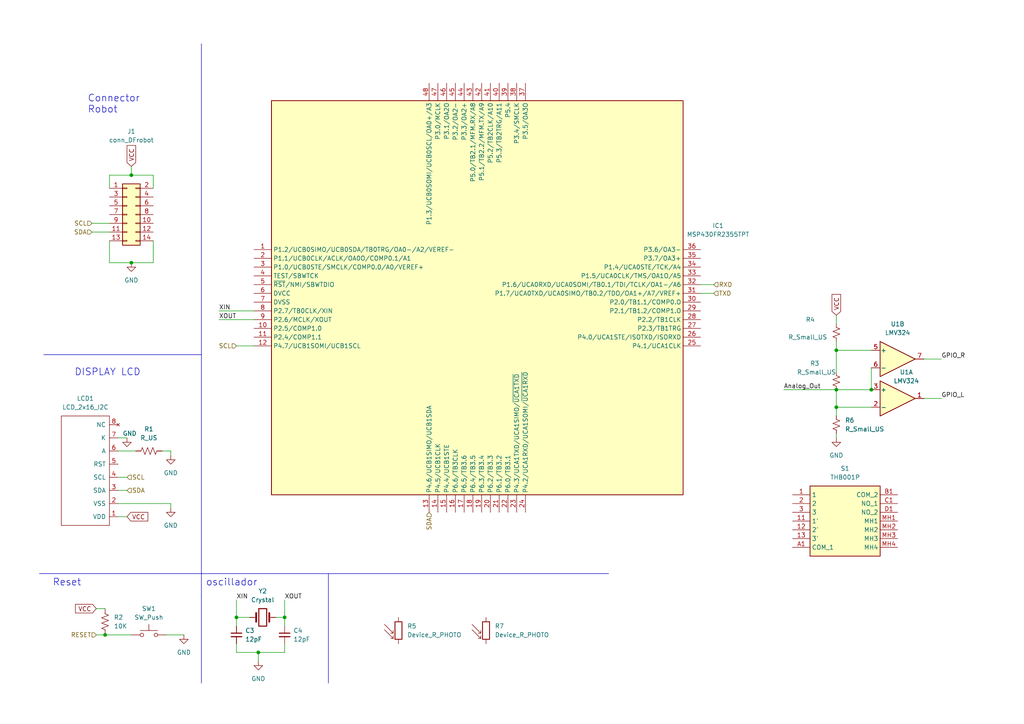
<source format=kicad_sch>
(kicad_sch (version 20230121) (generator eeschema)

  (uuid 8267e2e4-ae6a-4389-871b-24548ccb000f)

  (paper "A4")

  (lib_symbols
    (symbol "Amplifier_Operational:LMV324" (pin_names (offset 0.127)) (in_bom yes) (on_board yes)
      (property "Reference" "U" (at 0 5.08 0)
        (effects (font (size 1.27 1.27)) (justify left))
      )
      (property "Value" "LMV324" (at 0 -5.08 0)
        (effects (font (size 1.27 1.27)) (justify left))
      )
      (property "Footprint" "" (at -1.27 2.54 0)
        (effects (font (size 1.27 1.27)) hide)
      )
      (property "Datasheet" "http://www.ti.com/lit/ds/symlink/lmv324.pdf" (at 1.27 5.08 0)
        (effects (font (size 1.27 1.27)) hide)
      )
      (property "ki_locked" "" (at 0 0 0)
        (effects (font (size 1.27 1.27)))
      )
      (property "ki_keywords" "quad opamp" (at 0 0 0)
        (effects (font (size 1.27 1.27)) hide)
      )
      (property "ki_description" "Quad Low-Voltage Rail-to-Rail Output Operational Amplifier, SOIC-14/SSOP-14" (at 0 0 0)
        (effects (font (size 1.27 1.27)) hide)
      )
      (property "ki_fp_filters" "SOIC*3.9x8.7mm*P1.27mm* DIP*W7.62mm* TSSOP*4.4x5mm*P0.65mm* SSOP*5.3x6.2mm*P0.65mm* MSOP*3x3mm*P0.5mm*" (at 0 0 0)
        (effects (font (size 1.27 1.27)) hide)
      )
      (symbol "LMV324_1_1"
        (polyline
          (pts
            (xy -5.08 5.08)
            (xy 5.08 0)
            (xy -5.08 -5.08)
            (xy -5.08 5.08)
          )
          (stroke (width 0.254) (type default))
          (fill (type background))
        )
        (pin output line (at 7.62 0 180) (length 2.54)
          (name "~" (effects (font (size 1.27 1.27))))
          (number "1" (effects (font (size 1.27 1.27))))
        )
        (pin input line (at -7.62 -2.54 0) (length 2.54)
          (name "-" (effects (font (size 1.27 1.27))))
          (number "2" (effects (font (size 1.27 1.27))))
        )
        (pin input line (at -7.62 2.54 0) (length 2.54)
          (name "+" (effects (font (size 1.27 1.27))))
          (number "3" (effects (font (size 1.27 1.27))))
        )
      )
      (symbol "LMV324_2_1"
        (polyline
          (pts
            (xy -5.08 5.08)
            (xy 5.08 0)
            (xy -5.08 -5.08)
            (xy -5.08 5.08)
          )
          (stroke (width 0.254) (type default))
          (fill (type background))
        )
        (pin input line (at -7.62 2.54 0) (length 2.54)
          (name "+" (effects (font (size 1.27 1.27))))
          (number "5" (effects (font (size 1.27 1.27))))
        )
        (pin input line (at -7.62 -2.54 0) (length 2.54)
          (name "-" (effects (font (size 1.27 1.27))))
          (number "6" (effects (font (size 1.27 1.27))))
        )
        (pin output line (at 7.62 0 180) (length 2.54)
          (name "~" (effects (font (size 1.27 1.27))))
          (number "7" (effects (font (size 1.27 1.27))))
        )
      )
      (symbol "LMV324_3_1"
        (polyline
          (pts
            (xy -5.08 5.08)
            (xy 5.08 0)
            (xy -5.08 -5.08)
            (xy -5.08 5.08)
          )
          (stroke (width 0.254) (type default))
          (fill (type background))
        )
        (pin input line (at -7.62 2.54 0) (length 2.54)
          (name "+" (effects (font (size 1.27 1.27))))
          (number "10" (effects (font (size 1.27 1.27))))
        )
        (pin output line (at 7.62 0 180) (length 2.54)
          (name "~" (effects (font (size 1.27 1.27))))
          (number "8" (effects (font (size 1.27 1.27))))
        )
        (pin input line (at -7.62 -2.54 0) (length 2.54)
          (name "-" (effects (font (size 1.27 1.27))))
          (number "9" (effects (font (size 1.27 1.27))))
        )
      )
      (symbol "LMV324_4_1"
        (polyline
          (pts
            (xy -5.08 5.08)
            (xy 5.08 0)
            (xy -5.08 -5.08)
            (xy -5.08 5.08)
          )
          (stroke (width 0.254) (type default))
          (fill (type background))
        )
        (pin input line (at -7.62 2.54 0) (length 2.54)
          (name "+" (effects (font (size 1.27 1.27))))
          (number "12" (effects (font (size 1.27 1.27))))
        )
        (pin input line (at -7.62 -2.54 0) (length 2.54)
          (name "-" (effects (font (size 1.27 1.27))))
          (number "13" (effects (font (size 1.27 1.27))))
        )
        (pin output line (at 7.62 0 180) (length 2.54)
          (name "~" (effects (font (size 1.27 1.27))))
          (number "14" (effects (font (size 1.27 1.27))))
        )
      )
      (symbol "LMV324_5_1"
        (pin power_in line (at -2.54 -7.62 90) (length 3.81)
          (name "V-" (effects (font (size 1.27 1.27))))
          (number "11" (effects (font (size 1.27 1.27))))
        )
        (pin power_in line (at -2.54 7.62 270) (length 3.81)
          (name "V+" (effects (font (size 1.27 1.27))))
          (number "4" (effects (font (size 1.27 1.27))))
        )
      )
    )
    (symbol "Device:C_Small" (pin_numbers hide) (pin_names (offset 0.254) hide) (in_bom yes) (on_board yes)
      (property "Reference" "C" (at 0.254 1.778 0)
        (effects (font (size 1.27 1.27)) (justify left))
      )
      (property "Value" "C_Small" (at 0.254 -2.032 0)
        (effects (font (size 1.27 1.27)) (justify left))
      )
      (property "Footprint" "" (at 0 0 0)
        (effects (font (size 1.27 1.27)) hide)
      )
      (property "Datasheet" "~" (at 0 0 0)
        (effects (font (size 1.27 1.27)) hide)
      )
      (property "ki_keywords" "capacitor cap" (at 0 0 0)
        (effects (font (size 1.27 1.27)) hide)
      )
      (property "ki_description" "Unpolarized capacitor, small symbol" (at 0 0 0)
        (effects (font (size 1.27 1.27)) hide)
      )
      (property "ki_fp_filters" "C_*" (at 0 0 0)
        (effects (font (size 1.27 1.27)) hide)
      )
      (symbol "C_Small_0_1"
        (polyline
          (pts
            (xy -1.524 -0.508)
            (xy 1.524 -0.508)
          )
          (stroke (width 0.3302) (type default))
          (fill (type none))
        )
        (polyline
          (pts
            (xy -1.524 0.508)
            (xy 1.524 0.508)
          )
          (stroke (width 0.3048) (type default))
          (fill (type none))
        )
      )
      (symbol "C_Small_1_1"
        (pin passive line (at 0 2.54 270) (length 2.032)
          (name "~" (effects (font (size 1.27 1.27))))
          (number "1" (effects (font (size 1.27 1.27))))
        )
        (pin passive line (at 0 -2.54 90) (length 2.032)
          (name "~" (effects (font (size 1.27 1.27))))
          (number "2" (effects (font (size 1.27 1.27))))
        )
      )
    )
    (symbol "Device:Crystal" (pin_numbers hide) (pin_names (offset 1.016) hide) (in_bom yes) (on_board yes)
      (property "Reference" "Y" (at 0 3.81 0)
        (effects (font (size 1.27 1.27)))
      )
      (property "Value" "Crystal" (at 0 -3.81 0)
        (effects (font (size 1.27 1.27)))
      )
      (property "Footprint" "" (at 0 0 0)
        (effects (font (size 1.27 1.27)) hide)
      )
      (property "Datasheet" "~" (at 0 0 0)
        (effects (font (size 1.27 1.27)) hide)
      )
      (property "ki_keywords" "quartz ceramic resonator oscillator" (at 0 0 0)
        (effects (font (size 1.27 1.27)) hide)
      )
      (property "ki_description" "Two pin crystal" (at 0 0 0)
        (effects (font (size 1.27 1.27)) hide)
      )
      (property "ki_fp_filters" "Crystal*" (at 0 0 0)
        (effects (font (size 1.27 1.27)) hide)
      )
      (symbol "Crystal_0_1"
        (rectangle (start -1.143 2.54) (end 1.143 -2.54)
          (stroke (width 0.3048) (type default))
          (fill (type none))
        )
        (polyline
          (pts
            (xy -2.54 0)
            (xy -1.905 0)
          )
          (stroke (width 0) (type default))
          (fill (type none))
        )
        (polyline
          (pts
            (xy -1.905 -1.27)
            (xy -1.905 1.27)
          )
          (stroke (width 0.508) (type default))
          (fill (type none))
        )
        (polyline
          (pts
            (xy 1.905 -1.27)
            (xy 1.905 1.27)
          )
          (stroke (width 0.508) (type default))
          (fill (type none))
        )
        (polyline
          (pts
            (xy 2.54 0)
            (xy 1.905 0)
          )
          (stroke (width 0) (type default))
          (fill (type none))
        )
      )
      (symbol "Crystal_1_1"
        (pin passive line (at -3.81 0 0) (length 1.27)
          (name "1" (effects (font (size 1.27 1.27))))
          (number "1" (effects (font (size 1.27 1.27))))
        )
        (pin passive line (at 3.81 0 180) (length 1.27)
          (name "2" (effects (font (size 1.27 1.27))))
          (number "2" (effects (font (size 1.27 1.27))))
        )
      )
    )
    (symbol "Device:R_Small_US" (pin_numbers hide) (pin_names (offset 0.254) hide) (in_bom yes) (on_board yes)
      (property "Reference" "R" (at 0.762 0.508 0)
        (effects (font (size 1.27 1.27)) (justify left))
      )
      (property "Value" "R_Small_US" (at 0.762 -1.016 0)
        (effects (font (size 1.27 1.27)) (justify left))
      )
      (property "Footprint" "" (at 0 0 0)
        (effects (font (size 1.27 1.27)) hide)
      )
      (property "Datasheet" "~" (at 0 0 0)
        (effects (font (size 1.27 1.27)) hide)
      )
      (property "ki_keywords" "r resistor" (at 0 0 0)
        (effects (font (size 1.27 1.27)) hide)
      )
      (property "ki_description" "Resistor, small US symbol" (at 0 0 0)
        (effects (font (size 1.27 1.27)) hide)
      )
      (property "ki_fp_filters" "R_*" (at 0 0 0)
        (effects (font (size 1.27 1.27)) hide)
      )
      (symbol "R_Small_US_1_1"
        (polyline
          (pts
            (xy 0 0)
            (xy 1.016 -0.381)
            (xy 0 -0.762)
            (xy -1.016 -1.143)
            (xy 0 -1.524)
          )
          (stroke (width 0) (type default))
          (fill (type none))
        )
        (polyline
          (pts
            (xy 0 1.524)
            (xy 1.016 1.143)
            (xy 0 0.762)
            (xy -1.016 0.381)
            (xy 0 0)
          )
          (stroke (width 0) (type default))
          (fill (type none))
        )
        (pin passive line (at 0 2.54 270) (length 1.016)
          (name "~" (effects (font (size 1.27 1.27))))
          (number "1" (effects (font (size 1.27 1.27))))
        )
        (pin passive line (at 0 -2.54 90) (length 1.016)
          (name "~" (effects (font (size 1.27 1.27))))
          (number "2" (effects (font (size 1.27 1.27))))
        )
      )
    )
    (symbol "Device:R_US" (pin_numbers hide) (pin_names (offset 0)) (in_bom yes) (on_board yes)
      (property "Reference" "R" (at 2.54 0 90)
        (effects (font (size 1.27 1.27)))
      )
      (property "Value" "R_US" (at -2.54 0 90)
        (effects (font (size 1.27 1.27)))
      )
      (property "Footprint" "" (at 1.016 -0.254 90)
        (effects (font (size 1.27 1.27)) hide)
      )
      (property "Datasheet" "~" (at 0 0 0)
        (effects (font (size 1.27 1.27)) hide)
      )
      (property "ki_keywords" "R res resistor" (at 0 0 0)
        (effects (font (size 1.27 1.27)) hide)
      )
      (property "ki_description" "Resistor, US symbol" (at 0 0 0)
        (effects (font (size 1.27 1.27)) hide)
      )
      (property "ki_fp_filters" "R_*" (at 0 0 0)
        (effects (font (size 1.27 1.27)) hide)
      )
      (symbol "R_US_0_1"
        (polyline
          (pts
            (xy 0 -2.286)
            (xy 0 -2.54)
          )
          (stroke (width 0) (type default))
          (fill (type none))
        )
        (polyline
          (pts
            (xy 0 2.286)
            (xy 0 2.54)
          )
          (stroke (width 0) (type default))
          (fill (type none))
        )
        (polyline
          (pts
            (xy 0 -0.762)
            (xy 1.016 -1.143)
            (xy 0 -1.524)
            (xy -1.016 -1.905)
            (xy 0 -2.286)
          )
          (stroke (width 0) (type default))
          (fill (type none))
        )
        (polyline
          (pts
            (xy 0 0.762)
            (xy 1.016 0.381)
            (xy 0 0)
            (xy -1.016 -0.381)
            (xy 0 -0.762)
          )
          (stroke (width 0) (type default))
          (fill (type none))
        )
        (polyline
          (pts
            (xy 0 2.286)
            (xy 1.016 1.905)
            (xy 0 1.524)
            (xy -1.016 1.143)
            (xy 0 0.762)
          )
          (stroke (width 0) (type default))
          (fill (type none))
        )
      )
      (symbol "R_US_1_1"
        (pin passive line (at 0 3.81 270) (length 1.27)
          (name "~" (effects (font (size 1.27 1.27))))
          (number "1" (effects (font (size 1.27 1.27))))
        )
        (pin passive line (at 0 -3.81 90) (length 1.27)
          (name "~" (effects (font (size 1.27 1.27))))
          (number "2" (effects (font (size 1.27 1.27))))
        )
      )
    )
    (symbol "MiSE:LCD_2x16_I2C" (pin_names (offset 1.016)) (in_bom yes) (on_board yes)
      (property "Reference" "LCD" (at 2.54 -7.62 0)
        (effects (font (size 1.27 1.27)))
      )
      (property "Value" "LCD_2x16_I2C" (at 2.54 -11.43 0)
        (effects (font (size 1.27 1.27)))
      )
      (property "Footprint" "" (at 0 0 0)
        (effects (font (size 1.27 1.27)) hide)
      )
      (property "Datasheet" "" (at 0 0 0)
        (effects (font (size 1.27 1.27)) hide)
      )
      (symbol "LCD_2x16_I2C_0_1"
        (rectangle (start -12.7 -6.35) (end 19.05 -20.32)
          (stroke (width 0) (type solid))
          (fill (type none))
        )
      )
      (symbol "LCD_2x16_I2C_1_1"
        (pin power_in line (at -10.16 -22.86 90) (length 2.54)
          (name "VDD" (effects (font (size 1.27 1.27))))
          (number "1" (effects (font (size 1.27 1.27))))
        )
        (pin power_in line (at -6.35 -22.86 90) (length 2.54)
          (name "VSS" (effects (font (size 1.27 1.27))))
          (number "2" (effects (font (size 1.27 1.27))))
        )
        (pin bidirectional line (at -2.54 -22.86 90) (length 2.54)
          (name "SDA" (effects (font (size 1.27 1.27))))
          (number "3" (effects (font (size 1.27 1.27))))
        )
        (pin input line (at 1.27 -22.86 90) (length 2.54)
          (name "SCL" (effects (font (size 1.27 1.27))))
          (number "4" (effects (font (size 1.27 1.27))))
        )
        (pin input line (at 5.08 -22.86 90) (length 2.54)
          (name "RST" (effects (font (size 1.27 1.27))))
          (number "5" (effects (font (size 1.27 1.27))))
        )
        (pin power_in line (at 8.89 -22.86 90) (length 2.54)
          (name "A" (effects (font (size 1.27 1.27))))
          (number "6" (effects (font (size 1.27 1.27))))
        )
        (pin power_in line (at 12.7 -22.86 90) (length 2.54)
          (name "K" (effects (font (size 1.27 1.27))))
          (number "7" (effects (font (size 1.27 1.27))))
        )
        (pin no_connect line (at 16.51 -22.86 90) (length 2.54)
          (name "NC" (effects (font (size 1.27 1.27))))
          (number "8" (effects (font (size 1.27 1.27))))
        )
      )
    )
    (symbol "MiSE:MSP430FR2355TPT" (in_bom yes) (on_board yes)
      (property "Reference" "IC" (at 125.73 48.26 0)
        (effects (font (size 1.27 1.27)) (justify left top))
      )
      (property "Value" "MSP430FR2355TPT" (at 125.73 45.72 0)
        (effects (font (size 1.27 1.27)) (justify left top))
      )
      (property "Footprint" "MiSE:QFP50P900X900X160-48N" (at 125.73 -54.28 0)
        (effects (font (size 1.27 1.27)) (justify left top) hide)
      )
      (property "Datasheet" "https://datasheet.datasheetarchive.com/originals/distributors/DKDS41/DSANUWW0029426.pdf" (at 125.73 -154.28 0)
        (effects (font (size 1.27 1.27)) (justify left top) hide)
      )
      (property "Height" "1.6" (at 125.73 -354.28 0)
        (effects (font (size 1.27 1.27)) (justify left top) hide)
      )
      (property "Manufacturer_Name" "Texas Instruments" (at 125.73 -454.28 0)
        (effects (font (size 1.27 1.27)) (justify left top) hide)
      )
      (property "Manufacturer_Part_Number" "MSP430FR2355TPT" (at 125.73 -554.28 0)
        (effects (font (size 1.27 1.27)) (justify left top) hide)
      )
      (property "Mouser Part Number" "595-MSP430FR2355TPT" (at 125.73 -654.28 0)
        (effects (font (size 1.27 1.27)) (justify left top) hide)
      )
      (property "Mouser Price/Stock" "https://www.mouser.co.uk/ProductDetail/Texas-Instruments/MSP430FR2355TPT?qs=gTYE2QTfZfTjQOKK%2F%2Fw59A%3D%3D" (at 125.73 -754.28 0)
        (effects (font (size 1.27 1.27)) (justify left top) hide)
      )
      (property "Arrow Part Number" "MSP430FR2355TPT" (at 125.73 -854.28 0)
        (effects (font (size 1.27 1.27)) (justify left top) hide)
      )
      (property "Arrow Price/Stock" "https://www.arrow.com/en/products/msp430fr2355tpt/texas-instruments?region=nac" (at 125.73 -954.28 0)
        (effects (font (size 1.27 1.27)) (justify left top) hide)
      )
      (property "ki_description" "16-bit Microcontrollers - MCU 24MHz 105C ULP Microcontroller With 32 KB FRAM, 4 KB SRAM, 44 IO, 12-bit ADC, 12-bit DACs, OpAmp/PGA 48-LQFP -40 to 105" (at 0 0 0)
        (effects (font (size 1.27 1.27)) hide)
      )
      (symbol "MSP430FR2355TPT_1_1"
        (rectangle (start 5.08 43.18) (end 124.46 -71.12)
          (stroke (width 0.254) (type default))
          (fill (type background))
        )
        (pin passive line (at 0 0 0) (length 5.08)
          (name "P1.2/UCB0SIMO/UCB0SDA/TB0TRG/OA0-/A2/VEREF-" (effects (font (size 1.27 1.27))))
          (number "1" (effects (font (size 1.27 1.27))))
        )
        (pin passive line (at 0 -22.86 0) (length 5.08)
          (name "P2.5/COMP1.0" (effects (font (size 1.27 1.27))))
          (number "10" (effects (font (size 1.27 1.27))))
        )
        (pin passive line (at 0 -25.4 0) (length 5.08)
          (name "P2.4/COMP1.1" (effects (font (size 1.27 1.27))))
          (number "11" (effects (font (size 1.27 1.27))))
        )
        (pin passive line (at 0 -27.94 0) (length 5.08)
          (name "P4.7/UCB1SOMI/UCB1SCL" (effects (font (size 1.27 1.27))))
          (number "12" (effects (font (size 1.27 1.27))))
        )
        (pin passive line (at 50.8 -76.2 90) (length 5.08)
          (name "P4.6/UCB1SIMO/UCB1SDA" (effects (font (size 1.27 1.27))))
          (number "13" (effects (font (size 1.27 1.27))))
        )
        (pin passive line (at 53.34 -76.2 90) (length 5.08)
          (name "P4.5/UCB1CLK" (effects (font (size 1.27 1.27))))
          (number "14" (effects (font (size 1.27 1.27))))
        )
        (pin passive line (at 55.88 -76.2 90) (length 5.08)
          (name "P4.4/UCB1STE" (effects (font (size 1.27 1.27))))
          (number "15" (effects (font (size 1.27 1.27))))
        )
        (pin passive line (at 58.42 -76.2 90) (length 5.08)
          (name "P6.6/TB3CLK" (effects (font (size 1.27 1.27))))
          (number "16" (effects (font (size 1.27 1.27))))
        )
        (pin passive line (at 60.96 -76.2 90) (length 5.08)
          (name "P6.5/TB3.6" (effects (font (size 1.27 1.27))))
          (number "17" (effects (font (size 1.27 1.27))))
        )
        (pin passive line (at 63.5 -76.2 90) (length 5.08)
          (name "P6.4/TB3.5" (effects (font (size 1.27 1.27))))
          (number "18" (effects (font (size 1.27 1.27))))
        )
        (pin passive line (at 66.04 -76.2 90) (length 5.08)
          (name "P6.3/TB3.4" (effects (font (size 1.27 1.27))))
          (number "19" (effects (font (size 1.27 1.27))))
        )
        (pin passive line (at 0 -2.54 0) (length 5.08)
          (name "P1.1/UCB0CLK/ACLK/OA0O/COMP0.1/A1" (effects (font (size 1.27 1.27))))
          (number "2" (effects (font (size 1.27 1.27))))
        )
        (pin passive line (at 68.58 -76.2 90) (length 5.08)
          (name "P6.2/TB3.3" (effects (font (size 1.27 1.27))))
          (number "20" (effects (font (size 1.27 1.27))))
        )
        (pin passive line (at 71.12 -76.2 90) (length 5.08)
          (name "P6.1/TB3.2" (effects (font (size 1.27 1.27))))
          (number "21" (effects (font (size 1.27 1.27))))
        )
        (pin passive line (at 73.66 -76.2 90) (length 5.08)
          (name "P6.0/TB3.1" (effects (font (size 1.27 1.27))))
          (number "22" (effects (font (size 1.27 1.27))))
        )
        (pin passive line (at 76.2 -76.2 90) (length 5.08)
          (name "P4.3/UCA1TXD/UCA1SIMO/~{UCA1TXD}" (effects (font (size 1.27 1.27))))
          (number "23" (effects (font (size 1.27 1.27))))
        )
        (pin passive line (at 78.74 -76.2 90) (length 5.08)
          (name "P4.2/UCA1RXD/UCA1SOMI/~{UCA1RXD}" (effects (font (size 1.27 1.27))))
          (number "24" (effects (font (size 1.27 1.27))))
        )
        (pin passive line (at 129.54 -27.94 180) (length 5.08)
          (name "P4.1/UCA1CLK" (effects (font (size 1.27 1.27))))
          (number "25" (effects (font (size 1.27 1.27))))
        )
        (pin passive line (at 129.54 -25.4 180) (length 5.08)
          (name "P4.0/UCA1STE/ISOTXD/ISORXD" (effects (font (size 1.27 1.27))))
          (number "26" (effects (font (size 1.27 1.27))))
        )
        (pin passive line (at 129.54 -22.86 180) (length 5.08)
          (name "P2.3/TB1TRG" (effects (font (size 1.27 1.27))))
          (number "27" (effects (font (size 1.27 1.27))))
        )
        (pin passive line (at 129.54 -20.32 180) (length 5.08)
          (name "P2.2/TB1CLK" (effects (font (size 1.27 1.27))))
          (number "28" (effects (font (size 1.27 1.27))))
        )
        (pin passive line (at 129.54 -17.78 180) (length 5.08)
          (name "P2.1/TB1.2/COMP1.O" (effects (font (size 1.27 1.27))))
          (number "29" (effects (font (size 1.27 1.27))))
        )
        (pin passive line (at 0 -5.08 0) (length 5.08)
          (name "P1.0/UCB0STE/SMCLK/COMP0.0/A0/VEREF+" (effects (font (size 1.27 1.27))))
          (number "3" (effects (font (size 1.27 1.27))))
        )
        (pin passive line (at 129.54 -15.24 180) (length 5.08)
          (name "P2.0/TB1.1/COMP0.O" (effects (font (size 1.27 1.27))))
          (number "30" (effects (font (size 1.27 1.27))))
        )
        (pin passive line (at 129.54 -12.7 180) (length 5.08)
          (name "P1.7/UCA0TXD/UCA0SIMO/TB0.2/TDO/OA1+/A7/VREF+" (effects (font (size 1.27 1.27))))
          (number "31" (effects (font (size 1.27 1.27))))
        )
        (pin passive line (at 129.54 -10.16 180) (length 5.08)
          (name "P1.6/UCA0RXD/UCA0SOMI/TB0.1/TDI/TCLK/OA1-/A6" (effects (font (size 1.27 1.27))))
          (number "32" (effects (font (size 1.27 1.27))))
        )
        (pin passive line (at 129.54 -7.62 180) (length 5.08)
          (name "P1.5/UCA0CLK/TMS/OA1O/A5" (effects (font (size 1.27 1.27))))
          (number "33" (effects (font (size 1.27 1.27))))
        )
        (pin passive line (at 129.54 -5.08 180) (length 5.08)
          (name "P1.4/UCA0STE/TCK/A4" (effects (font (size 1.27 1.27))))
          (number "34" (effects (font (size 1.27 1.27))))
        )
        (pin passive line (at 129.54 -2.54 180) (length 5.08)
          (name "P3.7/OA3+" (effects (font (size 1.27 1.27))))
          (number "35" (effects (font (size 1.27 1.27))))
        )
        (pin passive line (at 129.54 0 180) (length 5.08)
          (name "P3.6/OA3-" (effects (font (size 1.27 1.27))))
          (number "36" (effects (font (size 1.27 1.27))))
        )
        (pin passive line (at 78.74 48.26 270) (length 5.08)
          (name "P3.5/OA3O" (effects (font (size 1.27 1.27))))
          (number "37" (effects (font (size 1.27 1.27))))
        )
        (pin passive line (at 76.2 48.26 270) (length 5.08)
          (name "P3.4/SMCLK" (effects (font (size 1.27 1.27))))
          (number "38" (effects (font (size 1.27 1.27))))
        )
        (pin passive line (at 73.66 48.26 270) (length 5.08)
          (name "P5.4" (effects (font (size 1.27 1.27))))
          (number "39" (effects (font (size 1.27 1.27))))
        )
        (pin passive line (at 0 -7.62 0) (length 5.08)
          (name "TEST/SBWTCK" (effects (font (size 1.27 1.27))))
          (number "4" (effects (font (size 1.27 1.27))))
        )
        (pin passive line (at 71.12 48.26 270) (length 5.08)
          (name "P5.3/TB2TRG/A11" (effects (font (size 1.27 1.27))))
          (number "40" (effects (font (size 1.27 1.27))))
        )
        (pin passive line (at 68.58 48.26 270) (length 5.08)
          (name "P5.2/TB2CLK/A10" (effects (font (size 1.27 1.27))))
          (number "41" (effects (font (size 1.27 1.27))))
        )
        (pin passive line (at 66.04 48.26 270) (length 5.08)
          (name "P5.1/TB2.2/MFM.TX/A9" (effects (font (size 1.27 1.27))))
          (number "42" (effects (font (size 1.27 1.27))))
        )
        (pin passive line (at 63.5 48.26 270) (length 5.08)
          (name "P5.0/TB2.1/MFM.RX/A8" (effects (font (size 1.27 1.27))))
          (number "43" (effects (font (size 1.27 1.27))))
        )
        (pin passive line (at 60.96 48.26 270) (length 5.08)
          (name "P3.3/OA2+" (effects (font (size 1.27 1.27))))
          (number "44" (effects (font (size 1.27 1.27))))
        )
        (pin passive line (at 58.42 48.26 270) (length 5.08)
          (name "P3.2/OA2-" (effects (font (size 1.27 1.27))))
          (number "45" (effects (font (size 1.27 1.27))))
        )
        (pin passive line (at 55.88 48.26 270) (length 5.08)
          (name "P3.1/OA2O" (effects (font (size 1.27 1.27))))
          (number "46" (effects (font (size 1.27 1.27))))
        )
        (pin passive line (at 53.34 48.26 270) (length 5.08)
          (name "P3.0/MCLK" (effects (font (size 1.27 1.27))))
          (number "47" (effects (font (size 1.27 1.27))))
        )
        (pin passive line (at 50.8 48.26 270) (length 5.08)
          (name "P1.3/UCB0SOMI/UCB0SCL/OA0+/A3" (effects (font (size 1.27 1.27))))
          (number "48" (effects (font (size 1.27 1.27))))
        )
        (pin passive line (at 0 -10.16 0) (length 5.08)
          (name "~{RST}/NMI/SBWTDIO" (effects (font (size 1.27 1.27))))
          (number "5" (effects (font (size 1.27 1.27))))
        )
        (pin passive line (at 0 -12.7 0) (length 5.08)
          (name "DVCC" (effects (font (size 1.27 1.27))))
          (number "6" (effects (font (size 1.27 1.27))))
        )
        (pin passive line (at 0 -15.24 0) (length 5.08)
          (name "DVSS" (effects (font (size 1.27 1.27))))
          (number "7" (effects (font (size 1.27 1.27))))
        )
        (pin passive line (at 0 -17.78 0) (length 5.08)
          (name "P2.7/TB0CLK/XIN" (effects (font (size 1.27 1.27))))
          (number "8" (effects (font (size 1.27 1.27))))
        )
        (pin passive line (at 0 -20.32 0) (length 5.08)
          (name "P2.6/MCLK/XOUT" (effects (font (size 1.27 1.27))))
          (number "9" (effects (font (size 1.27 1.27))))
        )
      )
    )
    (symbol "MiSE:R_PHOTO-Device" (pin_numbers hide) (pin_names (offset 0)) (in_bom yes) (on_board yes)
      (property "Reference" "R" (at 1.27 1.27 0)
        (effects (font (size 1.27 1.27)) (justify left))
      )
      (property "Value" "Device_R_PHOTO" (at 1.27 0 0)
        (effects (font (size 1.27 1.27)) (justify left top))
      )
      (property "Footprint" "MiSE:LDR" (at 2.54 -10.16 90)
        (effects (font (size 1.27 1.27)) (justify left) hide)
      )
      (property "Datasheet" "" (at 0 -1.27 0)
        (effects (font (size 1.27 1.27)) hide)
      )
      (property "ki_fp_filters" "*LDR* R?LDR*" (at 0 0 0)
        (effects (font (size 1.27 1.27)) hide)
      )
      (symbol "R_PHOTO-Device_0_1"
        (rectangle (start -1.016 2.54) (end 1.016 -2.54)
          (stroke (width 0.254) (type solid))
          (fill (type none))
        )
        (polyline
          (pts
            (xy -1.524 -2.286)
            (xy -4.064 0.254)
          )
          (stroke (width 0) (type solid))
          (fill (type none))
        )
        (polyline
          (pts
            (xy -1.524 -2.286)
            (xy -2.286 -2.286)
          )
          (stroke (width 0) (type solid))
          (fill (type none))
        )
        (polyline
          (pts
            (xy -1.524 -2.286)
            (xy -1.524 -1.524)
          )
          (stroke (width 0) (type solid))
          (fill (type none))
        )
        (polyline
          (pts
            (xy -1.524 -0.762)
            (xy -4.064 1.778)
          )
          (stroke (width 0) (type solid))
          (fill (type none))
        )
        (polyline
          (pts
            (xy -1.524 -0.762)
            (xy -2.286 -0.762)
          )
          (stroke (width 0) (type solid))
          (fill (type none))
        )
        (polyline
          (pts
            (xy -1.524 -0.762)
            (xy -1.524 0)
          )
          (stroke (width 0) (type solid))
          (fill (type none))
        )
      )
      (symbol "R_PHOTO-Device_1_1"
        (pin passive line (at 0 3.81 270) (length 1.27)
          (name "~" (effects (font (size 1.27 1.27))))
          (number "1" (effects (font (size 1.27 1.27))))
        )
        (pin passive line (at 0 -3.81 90) (length 1.27)
          (name "~" (effects (font (size 1.27 1.27))))
          (number "2" (effects (font (size 1.27 1.27))))
        )
      )
    )
    (symbol "MiSE:THB001P" (in_bom yes) (on_board yes)
      (property "Reference" "S" (at 26.67 7.62 0)
        (effects (font (size 1.27 1.27)) (justify left top))
      )
      (property "Value" "THB001P" (at 26.67 5.08 0)
        (effects (font (size 1.27 1.27)) (justify left top))
      )
      (property "Footprint" "THB001P" (at 26.67 -94.92 0)
        (effects (font (size 1.27 1.27)) (justify left top) hide)
      )
      (property "Datasheet" "https://www.ckswitches.com/media/2873/thb.pdf" (at 26.67 -194.92 0)
        (effects (font (size 1.27 1.27)) (justify left top) hide)
      )
      (property "Height" "19.85" (at 26.67 -394.92 0)
        (effects (font (size 1.27 1.27)) (justify left top) hide)
      )
      (property "Manufacturer_Name" "C & K COMPONENTS" (at 26.67 -494.92 0)
        (effects (font (size 1.27 1.27)) (justify left top) hide)
      )
      (property "Manufacturer_Part_Number" "THB001P" (at 26.67 -594.92 0)
        (effects (font (size 1.27 1.27)) (justify left top) hide)
      )
      (property "Mouser Part Number" "611-THB001P" (at 26.67 -694.92 0)
        (effects (font (size 1.27 1.27)) (justify left top) hide)
      )
      (property "Mouser Price/Stock" "https://www.mouser.co.uk/ProductDetail/CK/THB001P?qs=OlC7AqGiEDlMaVQ%2FEBrivA%3D%3D" (at 26.67 -794.92 0)
        (effects (font (size 1.27 1.27)) (justify left top) hide)
      )
      (property "Arrow Part Number" "THB001P" (at 26.67 -894.92 0)
        (effects (font (size 1.27 1.27)) (justify left top) hide)
      )
      (property "Arrow Price/Stock" "https://www.arrow.com/en/products/thb001p/ck?region=nac" (at 26.67 -994.92 0)
        (effects (font (size 1.27 1.27)) (justify left top) hide)
      )
      (property "ki_description" "THUMBSTICK, 0.05A, 12VDC, 2 AXIS, PCB; No. of Axes:2; Track Resistance:10kohm; Supply Voltage Max:-; No. of Switch Positions:-; Contact Current AC Max:-; Contact Voltage AC Max:50V; Rotation Electrical Angle:36" (at 0 0 0)
        (effects (font (size 1.27 1.27)) hide)
      )
      (symbol "THB001P_1_1"
        (rectangle (start 5.08 2.54) (end 25.4 -17.78)
          (stroke (width 0.254) (type default))
          (fill (type background))
        )
        (pin passive line (at 0 0 0) (length 5.08)
          (name "1" (effects (font (size 1.27 1.27))))
          (number "1" (effects (font (size 1.27 1.27))))
        )
        (pin passive line (at 0 -7.62 0) (length 5.08)
          (name "1'" (effects (font (size 1.27 1.27))))
          (number "11" (effects (font (size 1.27 1.27))))
        )
        (pin passive line (at 0 -10.16 0) (length 5.08)
          (name "2'" (effects (font (size 1.27 1.27))))
          (number "12" (effects (font (size 1.27 1.27))))
        )
        (pin passive line (at 0 -12.7 0) (length 5.08)
          (name "3'" (effects (font (size 1.27 1.27))))
          (number "13" (effects (font (size 1.27 1.27))))
        )
        (pin passive line (at 0 -2.54 0) (length 5.08)
          (name "2" (effects (font (size 1.27 1.27))))
          (number "2" (effects (font (size 1.27 1.27))))
        )
        (pin passive line (at 0 -5.08 0) (length 5.08)
          (name "3" (effects (font (size 1.27 1.27))))
          (number "3" (effects (font (size 1.27 1.27))))
        )
        (pin passive line (at 0 -15.24 0) (length 5.08)
          (name "COM_1" (effects (font (size 1.27 1.27))))
          (number "A1" (effects (font (size 1.27 1.27))))
        )
        (pin passive line (at 30.48 0 180) (length 5.08)
          (name "COM_2" (effects (font (size 1.27 1.27))))
          (number "B1" (effects (font (size 1.27 1.27))))
        )
        (pin passive line (at 30.48 -2.54 180) (length 5.08)
          (name "NO_1" (effects (font (size 1.27 1.27))))
          (number "C1" (effects (font (size 1.27 1.27))))
        )
        (pin passive line (at 30.48 -5.08 180) (length 5.08)
          (name "NO_2" (effects (font (size 1.27 1.27))))
          (number "D1" (effects (font (size 1.27 1.27))))
        )
        (pin passive line (at 30.48 -7.62 180) (length 5.08)
          (name "MH1" (effects (font (size 1.27 1.27))))
          (number "MH1" (effects (font (size 1.27 1.27))))
        )
        (pin passive line (at 30.48 -10.16 180) (length 5.08)
          (name "MH2" (effects (font (size 1.27 1.27))))
          (number "MH2" (effects (font (size 1.27 1.27))))
        )
        (pin passive line (at 30.48 -12.7 180) (length 5.08)
          (name "MH3" (effects (font (size 1.27 1.27))))
          (number "MH3" (effects (font (size 1.27 1.27))))
        )
        (pin passive line (at 30.48 -15.24 180) (length 5.08)
          (name "MH4" (effects (font (size 1.27 1.27))))
          (number "MH4" (effects (font (size 1.27 1.27))))
        )
      )
    )
    (symbol "MiSE:conn_DFrobot" (pin_names (offset 1.016) hide) (in_bom yes) (on_board yes)
      (property "Reference" "J" (at 1.27 10.16 0)
        (effects (font (size 1.27 1.27)))
      )
      (property "Value" "conn_DFrobot" (at 1.27 -10.16 0)
        (effects (font (size 1.27 1.27)))
      )
      (property "Footprint" "MiSE:conn_DFrobot" (at 1.27 12.7 0)
        (effects (font (size 1.27 1.27)) hide)
      )
      (property "Datasheet" "~" (at 0 0 0)
        (effects (font (size 1.27 1.27)) hide)
      )
      (property "ki_keywords" "connector" (at 0 0 0)
        (effects (font (size 1.27 1.27)) hide)
      )
      (property "ki_description" "Generic connector, double row, 02x07, odd/even pin numbering scheme (row 1 odd numbers, row 2 even numbers), script generated (kicad-library-utils/schlib/autogen/connector/)" (at 0 0 0)
        (effects (font (size 1.27 1.27)) hide)
      )
      (property "ki_fp_filters" "Connector*:*_2x??_*" (at 0 0 0)
        (effects (font (size 1.27 1.27)) hide)
      )
      (symbol "conn_DFrobot_1_1"
        (rectangle (start -1.27 -7.493) (end 0 -7.747)
          (stroke (width 0.1524) (type default))
          (fill (type none))
        )
        (rectangle (start -1.27 -4.953) (end 0 -5.207)
          (stroke (width 0.1524) (type default))
          (fill (type none))
        )
        (rectangle (start -1.27 -2.413) (end 0 -2.667)
          (stroke (width 0.1524) (type default))
          (fill (type none))
        )
        (rectangle (start -1.27 0.127) (end 0 -0.127)
          (stroke (width 0.1524) (type default))
          (fill (type none))
        )
        (rectangle (start -1.27 2.667) (end 0 2.413)
          (stroke (width 0.1524) (type default))
          (fill (type none))
        )
        (rectangle (start -1.27 5.207) (end 0 4.953)
          (stroke (width 0.1524) (type default))
          (fill (type none))
        )
        (rectangle (start -1.27 7.747) (end 0 7.493)
          (stroke (width 0.1524) (type default))
          (fill (type none))
        )
        (rectangle (start -1.27 8.89) (end 3.81 -8.89)
          (stroke (width 0.254) (type default))
          (fill (type background))
        )
        (rectangle (start 3.81 -7.493) (end 2.54 -7.747)
          (stroke (width 0.1524) (type default))
          (fill (type none))
        )
        (rectangle (start 3.81 -4.953) (end 2.54 -5.207)
          (stroke (width 0.1524) (type default))
          (fill (type none))
        )
        (rectangle (start 3.81 -2.413) (end 2.54 -2.667)
          (stroke (width 0.1524) (type default))
          (fill (type none))
        )
        (rectangle (start 3.81 0.127) (end 2.54 -0.127)
          (stroke (width 0.1524) (type default))
          (fill (type none))
        )
        (rectangle (start 3.81 2.667) (end 2.54 2.413)
          (stroke (width 0.1524) (type default))
          (fill (type none))
        )
        (rectangle (start 3.81 5.207) (end 2.54 4.953)
          (stroke (width 0.1524) (type default))
          (fill (type none))
        )
        (rectangle (start 3.81 7.747) (end 2.54 7.493)
          (stroke (width 0.1524) (type default))
          (fill (type none))
        )
        (pin passive line (at -5.08 7.62 0) (length 3.81)
          (name "Pin_1" (effects (font (size 1.27 1.27))))
          (number "1" (effects (font (size 1.27 1.27))))
        )
        (pin passive line (at 7.62 -2.54 180) (length 3.81)
          (name "Pin_10" (effects (font (size 1.27 1.27))))
          (number "10" (effects (font (size 1.27 1.27))))
        )
        (pin passive line (at -5.08 -5.08 0) (length 3.81)
          (name "Pin_11" (effects (font (size 1.27 1.27))))
          (number "11" (effects (font (size 1.27 1.27))))
        )
        (pin passive line (at 7.62 -5.08 180) (length 3.81)
          (name "Pin_12" (effects (font (size 1.27 1.27))))
          (number "12" (effects (font (size 1.27 1.27))))
        )
        (pin passive line (at -5.08 -7.62 0) (length 3.81)
          (name "Pin_13" (effects (font (size 1.27 1.27))))
          (number "13" (effects (font (size 1.27 1.27))))
        )
        (pin passive line (at 7.62 -7.62 180) (length 3.81)
          (name "Pin_14" (effects (font (size 1.27 1.27))))
          (number "14" (effects (font (size 1.27 1.27))))
        )
        (pin passive line (at 7.62 7.62 180) (length 3.81)
          (name "Pin_2" (effects (font (size 1.27 1.27))))
          (number "2" (effects (font (size 1.27 1.27))))
        )
        (pin passive line (at -5.08 5.08 0) (length 3.81)
          (name "Pin_3" (effects (font (size 1.27 1.27))))
          (number "3" (effects (font (size 1.27 1.27))))
        )
        (pin passive line (at 7.62 5.08 180) (length 3.81)
          (name "Pin_4" (effects (font (size 1.27 1.27))))
          (number "4" (effects (font (size 1.27 1.27))))
        )
        (pin passive line (at -5.08 2.54 0) (length 3.81)
          (name "Pin_5" (effects (font (size 1.27 1.27))))
          (number "5" (effects (font (size 1.27 1.27))))
        )
        (pin passive line (at 7.62 2.54 180) (length 3.81)
          (name "Pin_6" (effects (font (size 1.27 1.27))))
          (number "6" (effects (font (size 1.27 1.27))))
        )
        (pin passive line (at -5.08 0 0) (length 3.81)
          (name "Pin_7" (effects (font (size 1.27 1.27))))
          (number "7" (effects (font (size 1.27 1.27))))
        )
        (pin passive line (at 7.62 0 180) (length 3.81)
          (name "Pin_8" (effects (font (size 1.27 1.27))))
          (number "8" (effects (font (size 1.27 1.27))))
        )
        (pin passive line (at -5.08 -2.54 0) (length 3.81)
          (name "Pin_9" (effects (font (size 1.27 1.27))))
          (number "9" (effects (font (size 1.27 1.27))))
        )
      )
    )
    (symbol "Switch:SW_Push" (pin_numbers hide) (pin_names (offset 1.016) hide) (in_bom yes) (on_board yes)
      (property "Reference" "SW" (at 1.27 2.54 0)
        (effects (font (size 1.27 1.27)) (justify left))
      )
      (property "Value" "SW_Push" (at 0 -1.524 0)
        (effects (font (size 1.27 1.27)))
      )
      (property "Footprint" "" (at 0 5.08 0)
        (effects (font (size 1.27 1.27)) hide)
      )
      (property "Datasheet" "~" (at 0 5.08 0)
        (effects (font (size 1.27 1.27)) hide)
      )
      (property "ki_keywords" "switch normally-open pushbutton push-button" (at 0 0 0)
        (effects (font (size 1.27 1.27)) hide)
      )
      (property "ki_description" "Push button switch, generic, two pins" (at 0 0 0)
        (effects (font (size 1.27 1.27)) hide)
      )
      (symbol "SW_Push_0_1"
        (circle (center -2.032 0) (radius 0.508)
          (stroke (width 0) (type default))
          (fill (type none))
        )
        (polyline
          (pts
            (xy 0 1.27)
            (xy 0 3.048)
          )
          (stroke (width 0) (type default))
          (fill (type none))
        )
        (polyline
          (pts
            (xy 2.54 1.27)
            (xy -2.54 1.27)
          )
          (stroke (width 0) (type default))
          (fill (type none))
        )
        (circle (center 2.032 0) (radius 0.508)
          (stroke (width 0) (type default))
          (fill (type none))
        )
        (pin passive line (at -5.08 0 0) (length 2.54)
          (name "1" (effects (font (size 1.27 1.27))))
          (number "1" (effects (font (size 1.27 1.27))))
        )
        (pin passive line (at 5.08 0 180) (length 2.54)
          (name "2" (effects (font (size 1.27 1.27))))
          (number "2" (effects (font (size 1.27 1.27))))
        )
      )
    )
    (symbol "power:GND" (power) (pin_names (offset 0)) (in_bom yes) (on_board yes)
      (property "Reference" "#PWR" (at 0 -6.35 0)
        (effects (font (size 1.27 1.27)) hide)
      )
      (property "Value" "GND" (at 0 -3.81 0)
        (effects (font (size 1.27 1.27)))
      )
      (property "Footprint" "" (at 0 0 0)
        (effects (font (size 1.27 1.27)) hide)
      )
      (property "Datasheet" "" (at 0 0 0)
        (effects (font (size 1.27 1.27)) hide)
      )
      (property "ki_keywords" "global power" (at 0 0 0)
        (effects (font (size 1.27 1.27)) hide)
      )
      (property "ki_description" "Power symbol creates a global label with name \"GND\" , ground" (at 0 0 0)
        (effects (font (size 1.27 1.27)) hide)
      )
      (symbol "GND_0_1"
        (polyline
          (pts
            (xy 0 0)
            (xy 0 -1.27)
            (xy 1.27 -1.27)
            (xy 0 -2.54)
            (xy -1.27 -1.27)
            (xy 0 -1.27)
          )
          (stroke (width 0) (type default))
          (fill (type none))
        )
      )
      (symbol "GND_1_1"
        (pin power_in line (at 0 0 270) (length 0) hide
          (name "GND" (effects (font (size 1.27 1.27))))
          (number "1" (effects (font (size 1.27 1.27))))
        )
      )
    )
  )

  (junction (at 74.93 189.23) (diameter 0) (color 0 0 0 0)
    (uuid 100ed00c-db86-4b5f-931d-e61b06973a7d)
  )
  (junction (at 252.73 113.03) (diameter 0) (color 0 0 0 0)
    (uuid 160dde46-23bc-430d-bb36-f81d6f507016)
  )
  (junction (at 38.1 50.8) (diameter 0) (color 0 0 0 0)
    (uuid 28627009-3d3f-473d-84de-15f9317c344c)
  )
  (junction (at 30.48 184.15) (diameter 0) (color 0 0 0 0)
    (uuid 2fe61dca-bac2-47d2-b3be-79431aa8e38d)
  )
  (junction (at 242.57 101.6) (diameter 0) (color 0 0 0 0)
    (uuid 55ac5641-7193-4c3f-a8aa-44f994a81acc)
  )
  (junction (at 68.58 179.07) (diameter 0) (color 0 0 0 0)
    (uuid 707028e1-d789-4128-b72c-a5dbca6de807)
  )
  (junction (at 82.55 179.07) (diameter 0) (color 0 0 0 0)
    (uuid 88f795b4-2ff8-41ec-bff2-5619d87a2c84)
  )
  (junction (at 242.57 113.03) (diameter 0) (color 0 0 0 0)
    (uuid d895bd37-9706-48f7-b990-9ddd605ce142)
  )
  (junction (at 242.57 118.11) (diameter 0) (color 0 0 0 0)
    (uuid ef2bce73-62c8-4cc8-af0c-64a3917f1d89)
  )
  (junction (at 38.1 76.2) (diameter 0) (color 0 0 0 0)
    (uuid f0ef2582-c7e8-4728-9b5c-1a19801c7646)
  )

  (wire (pts (xy 74.93 189.23) (xy 82.55 189.23))
    (stroke (width 0) (type default))
    (uuid 1358d593-5fa8-4321-847f-ae56d0965179)
  )
  (wire (pts (xy 207.01 82.55) (xy 203.2 82.55))
    (stroke (width 0) (type default))
    (uuid 1371c0fd-84a0-408f-9f2b-5e5a93e7bc4f)
  )
  (wire (pts (xy 68.58 181.61) (xy 68.58 179.07))
    (stroke (width 0) (type default))
    (uuid 19e1b452-262a-4585-a712-62b46d993313)
  )
  (wire (pts (xy 242.57 113.03) (xy 252.73 113.03))
    (stroke (width 0) (type default))
    (uuid 1eefe3b9-5975-4823-9af2-b8a6280408eb)
  )
  (wire (pts (xy 31.75 54.61) (xy 31.75 50.8))
    (stroke (width 0) (type default))
    (uuid 23c70886-90af-4072-a0db-166d3be390aa)
  )
  (wire (pts (xy 68.58 186.69) (xy 68.58 189.23))
    (stroke (width 0) (type default))
    (uuid 2cdd374e-c765-45e0-b2b3-d1541cb7fd45)
  )
  (wire (pts (xy 26.67 67.31) (xy 31.75 67.31))
    (stroke (width 0) (type default))
    (uuid 32a94a29-acce-43fb-a63a-a293f3fa642c)
  )
  (polyline (pts (xy 95.25 166.37) (xy 95.25 198.12))
    (stroke (width 0) (type default))
    (uuid 39b8557e-2901-450d-8d41-00e201625110)
  )

  (wire (pts (xy 242.57 118.11) (xy 252.73 118.11))
    (stroke (width 0) (type default))
    (uuid 39ee82bf-98c5-451a-816b-bc4c5f90d77b)
  )
  (wire (pts (xy 34.29 127) (xy 36.83 127))
    (stroke (width 0) (type default))
    (uuid 43cdc0b7-d00d-4cdd-b648-c31e31e62a46)
  )
  (wire (pts (xy 44.45 50.8) (xy 44.45 54.61))
    (stroke (width 0) (type default))
    (uuid 4912be1a-f44f-41e8-950a-9051e8df445e)
  )
  (wire (pts (xy 68.58 173.99) (xy 68.58 179.07))
    (stroke (width 0) (type default))
    (uuid 49f95d3a-62ff-43f7-adac-f98100ac0767)
  )
  (wire (pts (xy 63.5 90.17) (xy 73.66 90.17))
    (stroke (width 0) (type default))
    (uuid 49fb480c-c30d-4220-ad14-21aaea588d8b)
  )
  (polyline (pts (xy 58.42 172.72) (xy 58.42 198.12))
    (stroke (width 0) (type default))
    (uuid 4baf4b62-2b13-456c-bbdb-a1e6e3aed57d)
  )

  (wire (pts (xy 82.55 189.23) (xy 82.55 186.69))
    (stroke (width 0) (type default))
    (uuid 4ee77996-15c8-4ea2-b918-044eec8fb20a)
  )
  (wire (pts (xy 74.93 189.23) (xy 74.93 191.77))
    (stroke (width 0) (type default))
    (uuid 4fbe2b1e-7159-4f50-976a-1261a627b351)
  )
  (wire (pts (xy 27.94 184.15) (xy 30.48 184.15))
    (stroke (width 0) (type default))
    (uuid 5095c1a7-e9c5-46f7-99d4-d7273714d451)
  )
  (wire (pts (xy 252.73 106.68) (xy 252.73 113.03))
    (stroke (width 0) (type default))
    (uuid 647de169-bee0-4b33-978d-226f9fbb4b6a)
  )
  (polyline (pts (xy 58.42 102.87) (xy 58.42 166.37))
    (stroke (width 0) (type default))
    (uuid 6dc1bf9f-e856-4c80-8278-a83dfbc141bc)
  )

  (wire (pts (xy 48.26 184.15) (xy 53.34 184.15))
    (stroke (width 0) (type default))
    (uuid 7162eb39-0b81-4d2c-9807-7f411b45f585)
  )
  (wire (pts (xy 242.57 118.11) (xy 242.57 120.65))
    (stroke (width 0) (type default))
    (uuid 75fea90f-d768-4c92-a4ea-fc129e6bbb40)
  )
  (wire (pts (xy 34.29 146.05) (xy 49.53 146.05))
    (stroke (width 0) (type default))
    (uuid 793fad3d-0b27-4ebf-ab8c-800eb6ac5665)
  )
  (wire (pts (xy 82.55 179.07) (xy 82.55 181.61))
    (stroke (width 0) (type default))
    (uuid 7bb5b4f9-b81d-49ad-a837-22150e3b629a)
  )
  (wire (pts (xy 242.57 125.73) (xy 242.57 127))
    (stroke (width 0) (type default))
    (uuid 7ee822df-2018-4d52-a84f-5e5acaa9dbd9)
  )
  (wire (pts (xy 242.57 101.6) (xy 252.73 101.6))
    (stroke (width 0) (type default))
    (uuid 857a79ae-774f-4cee-bc7a-6b14aea6c712)
  )
  (wire (pts (xy 31.75 76.2) (xy 38.1 76.2))
    (stroke (width 0) (type default))
    (uuid 8684391d-4d5f-46c3-8179-73c43b38d180)
  )
  (wire (pts (xy 38.1 50.8) (xy 44.45 50.8))
    (stroke (width 0) (type default))
    (uuid 893ab40f-607d-4d0c-b54a-ed0c2c36fa2c)
  )
  (wire (pts (xy 242.57 91.44) (xy 242.57 93.98))
    (stroke (width 0) (type default))
    (uuid 8952db5a-63d5-49d4-8b6d-7922b4cddcc0)
  )
  (wire (pts (xy 31.75 69.85) (xy 31.75 76.2))
    (stroke (width 0) (type default))
    (uuid 8aaa43c4-44cd-46ce-8f0e-9e042875da27)
  )
  (wire (pts (xy 49.53 146.05) (xy 49.53 147.32))
    (stroke (width 0) (type default))
    (uuid 8ac82df7-77ce-4e76-b171-bc0832a18a63)
  )
  (wire (pts (xy 31.75 50.8) (xy 38.1 50.8))
    (stroke (width 0) (type default))
    (uuid 8d29fb8c-a3a2-4b6b-9d08-b3b7b72d0fe3)
  )
  (wire (pts (xy 34.29 149.86) (xy 36.83 149.86))
    (stroke (width 0) (type default))
    (uuid 8f46c810-6afe-4412-be9a-53f0cd385e83)
  )
  (wire (pts (xy 34.29 130.81) (xy 39.37 130.81))
    (stroke (width 0) (type default))
    (uuid 944b3148-f959-44df-91e4-d7af3d18e55a)
  )
  (wire (pts (xy 242.57 99.06) (xy 242.57 101.6))
    (stroke (width 0) (type default))
    (uuid 96bdf278-af86-4955-a551-d4908902b266)
  )
  (wire (pts (xy 34.29 138.43) (xy 36.83 138.43))
    (stroke (width 0) (type default))
    (uuid 9fe5b249-5624-45d4-bb6a-af25a8ce6710)
  )
  (polyline (pts (xy 58.42 12.7) (xy 58.42 102.87))
    (stroke (width 0) (type default))
    (uuid a0442a45-e508-433d-869f-8922b1020907)
  )

  (wire (pts (xy 267.97 115.57) (xy 273.05 115.57))
    (stroke (width 0) (type default))
    (uuid a05b3da4-fcd4-418a-b50f-949e82154d93)
  )
  (wire (pts (xy 267.97 104.14) (xy 273.05 104.14))
    (stroke (width 0) (type default))
    (uuid aed0957f-64a4-40b7-8194-0b68ccf82637)
  )
  (wire (pts (xy 68.58 179.07) (xy 72.39 179.07))
    (stroke (width 0) (type default))
    (uuid b4f6a32f-2008-449e-a453-e945d4f889dc)
  )
  (polyline (pts (xy 12.7 102.87) (xy 58.42 102.87))
    (stroke (width 0) (type default))
    (uuid b8701ce4-14cd-4945-9aa5-eba1c7648d20)
  )
  (polyline (pts (xy 11.43 166.37) (xy 176.53 166.37))
    (stroke (width 0) (type default))
    (uuid c15e6b15-ad5e-41cc-a58b-204c0194ebdf)
  )

  (wire (pts (xy 227.33 113.03) (xy 242.57 113.03))
    (stroke (width 0) (type default))
    (uuid c8147958-1914-448b-8b6d-30d803a4aded)
  )
  (wire (pts (xy 80.01 179.07) (xy 82.55 179.07))
    (stroke (width 0) (type default))
    (uuid cde6cac3-184c-47db-90ed-b20fc6676485)
  )
  (wire (pts (xy 34.29 142.24) (xy 36.83 142.24))
    (stroke (width 0) (type default))
    (uuid ceb64c43-e501-488b-9e9b-002b36a6f7be)
  )
  (wire (pts (xy 49.53 130.81) (xy 49.53 132.08))
    (stroke (width 0) (type default))
    (uuid cf7cf665-ef87-481c-bbd3-ff515dc91cad)
  )
  (wire (pts (xy 46.99 130.81) (xy 49.53 130.81))
    (stroke (width 0) (type default))
    (uuid d150b9a8-47cf-4373-b71b-3a9f6b59595c)
  )
  (wire (pts (xy 68.58 189.23) (xy 74.93 189.23))
    (stroke (width 0) (type default))
    (uuid d4506246-3e10-4e2b-98af-0768d63280a0)
  )
  (wire (pts (xy 27.94 176.53) (xy 30.48 176.53))
    (stroke (width 0) (type default))
    (uuid d51793b6-388a-4d7e-b1cb-e7fc84119d19)
  )
  (wire (pts (xy 38.1 48.26) (xy 38.1 50.8))
    (stroke (width 0) (type default))
    (uuid d6d4f392-a1cb-4d1c-b765-5baa7b63dba5)
  )
  (wire (pts (xy 207.01 85.09) (xy 203.2 85.09))
    (stroke (width 0) (type default))
    (uuid d8c49a17-f9d5-4265-af44-7c396fdab01b)
  )
  (wire (pts (xy 68.58 100.33) (xy 73.66 100.33))
    (stroke (width 0) (type default))
    (uuid d9d8ebf0-158b-44ce-a203-9c1d95786e8b)
  )
  (wire (pts (xy 82.55 173.99) (xy 82.55 179.07))
    (stroke (width 0) (type default))
    (uuid db78017b-fd05-4ceb-85fc-6b4a138e1c44)
  )
  (wire (pts (xy 242.57 113.03) (xy 242.57 118.11))
    (stroke (width 0) (type default))
    (uuid e222c2e0-59b4-488b-888b-a2e13cb8cb4b)
  )
  (wire (pts (xy 38.1 76.2) (xy 44.45 76.2))
    (stroke (width 0) (type default))
    (uuid e76fde6a-b876-4e7a-8bd0-b1361f3eb807)
  )
  (wire (pts (xy 63.5 92.71) (xy 73.66 92.71))
    (stroke (width 0) (type default))
    (uuid ea421b92-f9ac-4f56-9385-a321b4df2b9e)
  )
  (wire (pts (xy 242.57 101.6) (xy 242.57 107.95))
    (stroke (width 0) (type default))
    (uuid eaab1639-b14f-42fc-b758-5f46fb964835)
  )
  (wire (pts (xy 30.48 184.15) (xy 38.1 184.15))
    (stroke (width 0) (type default))
    (uuid ec433dfc-05fe-4113-ba66-b082fffd0065)
  )
  (wire (pts (xy 26.67 64.77) (xy 31.75 64.77))
    (stroke (width 0) (type default))
    (uuid f7423c6b-5bf0-4452-8fcf-614e7197cee7)
  )
  (polyline (pts (xy 58.42 166.37) (xy 58.42 172.72))
    (stroke (width 0) (type default))
    (uuid fd18f968-d1c0-4241-a37e-01a840df06cf)
  )

  (wire (pts (xy 44.45 76.2) (xy 44.45 69.85))
    (stroke (width 0) (type default))
    (uuid fded5cce-a528-4a4d-8d14-e65c97d1f54e)
  )

  (text "Connector \nRobot\n" (at 25.4 33.02 0)
    (effects (font (size 2 2)) (justify left bottom))
    (uuid 3d2c6f31-5e2f-4fc9-9402-3112e8b12593)
  )
  (text "Reset\n" (at 15.24 170.18 0)
    (effects (font (size 2 2)) (justify left bottom))
    (uuid 4717a803-8f06-44cd-9585-fc3b5f8490c4)
  )
  (text "oscillador" (at 59.69 170.18 0)
    (effects (font (size 2 2)) (justify left bottom))
    (uuid 6ec31437-a7b6-4dcd-94ac-42a4f1673921)
  )
  (text "DISPLAY LCD\n" (at 21.59 109.22 0)
    (effects (font (size 2 2)) (justify left bottom))
    (uuid 72447cd8-7d6e-44cc-b52b-aaee9defeef3)
  )

  (label "XIN" (at 68.58 173.99 0) (fields_autoplaced)
    (effects (font (size 1.27 1.27)) (justify left bottom))
    (uuid 5bc96731-a31b-491c-970f-76b69d11f9ea)
  )
  (label "XOUT" (at 63.5 92.71 0) (fields_autoplaced)
    (effects (font (size 1.27 1.27)) (justify left bottom))
    (uuid 6d0777ce-a921-4bd6-90ab-85a031afe76f)
  )
  (label "Analog_Out" (at 227.33 113.03 0) (fields_autoplaced)
    (effects (font (size 1.27 1.27)) (justify left bottom))
    (uuid 86c81a8e-7aed-4ea2-9856-047d59a8afd7)
  )
  (label "GPIO_L" (at 273.05 115.57 0) (fields_autoplaced)
    (effects (font (size 1.27 1.27)) (justify left bottom))
    (uuid 9c98ca0a-aa8f-406d-9953-bda3b88f1bbd)
  )
  (label "XOUT" (at 82.55 173.99 0) (fields_autoplaced)
    (effects (font (size 1.27 1.27)) (justify left bottom))
    (uuid a7035627-eb32-43f8-b7c2-883ee20e4cb1)
  )
  (label "GPIO_R" (at 273.05 104.14 0) (fields_autoplaced)
    (effects (font (size 1.27 1.27)) (justify left bottom))
    (uuid adb978bc-2724-40bf-9e75-659ea7910919)
  )
  (label "XIN" (at 63.5 90.17 0) (fields_autoplaced)
    (effects (font (size 1.27 1.27)) (justify left bottom))
    (uuid b6a63b4f-d88e-4c82-99ca-9b81caa7c1cb)
  )

  (global_label "VCC" (shape input) (at 38.1 48.26 90) (fields_autoplaced)
    (effects (font (size 1.27 1.27)) (justify left))
    (uuid 0ed3047b-12ec-42f3-b2bb-d9120d1f3e00)
    (property "Intersheetrefs" "${INTERSHEET_REFS}" (at 38.1 41.6462 90)
      (effects (font (size 1.27 1.27)) (justify left) hide)
    )
  )
  (global_label "VCC" (shape input) (at 27.94 176.53 180) (fields_autoplaced)
    (effects (font (size 1.27 1.27)) (justify right))
    (uuid 68097d8a-fbbd-4f37-90e7-5883cdb46b8a)
    (property "Intersheetrefs" "${INTERSHEET_REFS}" (at 21.3262 176.53 0)
      (effects (font (size 1.27 1.27)) (justify right) hide)
    )
  )
  (global_label "VCC" (shape input) (at 36.83 149.86 0) (fields_autoplaced)
    (effects (font (size 1.27 1.27)) (justify left))
    (uuid 99744b77-cc61-4494-b7f1-73cb3c36cc32)
    (property "Intersheetrefs" "${INTERSHEET_REFS}" (at 43.4438 149.86 0)
      (effects (font (size 1.27 1.27)) (justify left) hide)
    )
  )
  (global_label "VCC" (shape input) (at 242.57 91.44 90) (fields_autoplaced)
    (effects (font (size 1.27 1.27)) (justify left))
    (uuid a2e7b968-9beb-4899-8635-a973453a3906)
    (property "Intersheetrefs" "${INTERSHEET_REFS}" (at 242.57 84.8262 90)
      (effects (font (size 1.27 1.27)) (justify left) hide)
    )
  )

  (hierarchical_label "SDA" (shape input) (at 36.83 142.24 0) (fields_autoplaced)
    (effects (font (size 1.27 1.27)) (justify left))
    (uuid 228c86a2-e99d-4ff2-861c-9a44c3523d78)
  )
  (hierarchical_label "SDA" (shape input) (at 26.67 67.31 180) (fields_autoplaced)
    (effects (font (size 1.27 1.27)) (justify right))
    (uuid 3f8219b1-69e8-458c-9308-cce6f26fe6c2)
  )
  (hierarchical_label "SCL" (shape input) (at 36.83 138.43 0) (fields_autoplaced)
    (effects (font (size 1.27 1.27)) (justify left))
    (uuid 75091474-24af-4d4f-b6bc-d04bef9377bf)
  )
  (hierarchical_label "SCL" (shape input) (at 26.67 64.77 180) (fields_autoplaced)
    (effects (font (size 1.27 1.27)) (justify right))
    (uuid a95ed2a2-ecc1-4583-a1c8-6bd0a5852ee6)
  )
  (hierarchical_label "RXD" (shape input) (at 207.01 82.55 0) (fields_autoplaced)
    (effects (font (size 1.27 1.27)) (justify left))
    (uuid b37c890c-d236-4d31-b3de-4d554730bf03)
  )
  (hierarchical_label "TXD" (shape input) (at 207.01 85.09 0) (fields_autoplaced)
    (effects (font (size 1.27 1.27)) (justify left))
    (uuid d30ec0fe-bf86-4007-b8d1-25e515b74aa7)
  )
  (hierarchical_label "SCL" (shape input) (at 68.58 100.33 180) (fields_autoplaced)
    (effects (font (size 1.27 1.27)) (justify right))
    (uuid d72bc132-2817-4bde-bf11-874a220d482d)
  )
  (hierarchical_label "RESET" (shape input) (at 27.94 184.15 180) (fields_autoplaced)
    (effects (font (size 1.27 1.27)) (justify right))
    (uuid e05aba47-b805-46af-bc08-645fa0a965f7)
  )
  (hierarchical_label "SDA" (shape input) (at 124.46 148.59 270) (fields_autoplaced)
    (effects (font (size 1.27 1.27)) (justify right))
    (uuid fdc6baae-296a-4f17-8efb-3de3b5108aaa)
  )

  (symbol (lib_id "MiSE:conn_DFrobot") (at 36.83 62.23 0) (unit 1)
    (in_bom yes) (on_board yes) (dnp no)
    (uuid 055c5fe3-19b3-4aa0-afbb-f3a0845518c5)
    (property "Reference" "J1" (at 38.1 38.1 0)
      (effects (font (size 1.27 1.27)))
    )
    (property "Value" "conn_DFrobot" (at 38.1 40.64 0)
      (effects (font (size 1.27 1.27)))
    )
    (property "Footprint" "MiSE:conn_DFrobot" (at 38.1 49.53 0)
      (effects (font (size 1.27 1.27)) hide)
    )
    (property "Datasheet" "~" (at 36.83 62.23 0)
      (effects (font (size 1.27 1.27)) hide)
    )
    (pin "8" (uuid a9d14a4e-8873-41cd-b829-15d2394ca216))
    (pin "10" (uuid 912f4906-7866-49b2-b352-620a963ce10b))
    (pin "4" (uuid a4811930-5d39-4a54-b9de-569e08292518))
    (pin "9" (uuid 3881ba8f-7e9c-4876-a4ee-f4f04df457f0))
    (pin "3" (uuid f70e4ec6-d83d-4a27-8475-ae559536cbaa))
    (pin "1" (uuid 6a51a0f7-bf8a-4654-ac9c-b757a835e4fc))
    (pin "11" (uuid 7ea79705-266f-4b4d-a709-5f21e9ea07ae))
    (pin "13" (uuid 4b60932b-c100-4942-b2d7-0ff5703ee193))
    (pin "2" (uuid 4aa70850-0327-4225-bea3-5d8507832e30))
    (pin "5" (uuid 65db0680-da64-4d5e-bb0c-7c90bb406589))
    (pin "7" (uuid d1d075cb-63e1-467b-88c3-1c3658bc821b))
    (pin "14" (uuid d8f300da-c98b-423c-8237-8fdfb664f37a))
    (pin "12" (uuid 80a0a8b9-36ea-4fce-8396-ea88aba5e0b4))
    (pin "6" (uuid 733e2d50-ee94-4e67-aca9-719704c24844))
    (instances
      (project "projecte_mise"
        (path "/8267e2e4-ae6a-4389-871b-24548ccb000f"
          (reference "J1") (unit 1)
        )
      )
    )
  )

  (symbol (lib_id "Device:R_Small_US") (at 242.57 110.49 0) (unit 1)
    (in_bom yes) (on_board yes) (dnp no)
    (uuid 151a582d-6018-4b16-bf33-4e7b9556d630)
    (property "Reference" "R3" (at 234.95 105.41 0)
      (effects (font (size 1.27 1.27)) (justify left))
    )
    (property "Value" "R_Small_US" (at 231.14 107.95 0)
      (effects (font (size 1.27 1.27)) (justify left))
    )
    (property "Footprint" "" (at 242.57 110.49 0)
      (effects (font (size 1.27 1.27)) hide)
    )
    (property "Datasheet" "~" (at 242.57 110.49 0)
      (effects (font (size 1.27 1.27)) hide)
    )
    (pin "1" (uuid e33d5d2b-a8ba-4534-a39c-a495cc0f36e4))
    (pin "2" (uuid 331b5b98-5cf5-416b-ab92-c03befe236c7))
    (instances
      (project "projecte_mise"
        (path "/8267e2e4-ae6a-4389-871b-24548ccb000f"
          (reference "R3") (unit 1)
        )
      )
    )
  )

  (symbol (lib_id "Device:R_Small_US") (at 242.57 96.52 0) (unit 1)
    (in_bom yes) (on_board yes) (dnp no)
    (uuid 27087ab9-e23c-4c0e-aa45-89f09821f154)
    (property "Reference" "R4" (at 233.68 92.71 0)
      (effects (font (size 1.27 1.27)) (justify left))
    )
    (property "Value" "R_Small_US" (at 228.6 97.79 0)
      (effects (font (size 1.27 1.27)) (justify left))
    )
    (property "Footprint" "" (at 242.57 96.52 0)
      (effects (font (size 1.27 1.27)) hide)
    )
    (property "Datasheet" "~" (at 242.57 96.52 0)
      (effects (font (size 1.27 1.27)) hide)
    )
    (pin "1" (uuid be65923a-2b07-466d-9026-6d886e6d3c18))
    (pin "2" (uuid 722a7f2a-99bd-4398-a7c5-fa583080f51d))
    (instances
      (project "projecte_mise"
        (path "/8267e2e4-ae6a-4389-871b-24548ccb000f"
          (reference "R4") (unit 1)
        )
      )
    )
  )

  (symbol (lib_id "power:GND") (at 36.83 127 0) (unit 1)
    (in_bom yes) (on_board yes) (dnp no)
    (uuid 3c684d7b-f66b-48e6-aecd-7d534ba0575f)
    (property "Reference" "#PWR02" (at 36.83 133.35 0)
      (effects (font (size 1.27 1.27)) hide)
    )
    (property "Value" "GND" (at 35.56 125.73 0)
      (effects (font (size 1.27 1.27)) (justify left))
    )
    (property "Footprint" "" (at 36.83 127 0)
      (effects (font (size 1.27 1.27)) hide)
    )
    (property "Datasheet" "" (at 36.83 127 0)
      (effects (font (size 1.27 1.27)) hide)
    )
    (pin "1" (uuid 5be0146c-aefc-4186-bbfa-39ec828ced10))
    (instances
      (project "projecte_mise"
        (path "/8267e2e4-ae6a-4389-871b-24548ccb000f"
          (reference "#PWR02") (unit 1)
        )
      )
    )
  )

  (symbol (lib_id "Device:C_Small") (at 68.58 184.15 0) (unit 1)
    (in_bom yes) (on_board yes) (dnp no)
    (uuid 403270f6-65e4-4ca0-bd61-949104fc531f)
    (property "Reference" "C3" (at 71.12 182.8863 0)
      (effects (font (size 1.27 1.27)) (justify left))
    )
    (property "Value" "12pF" (at 71.12 185.4263 0)
      (effects (font (size 1.27 1.27)) (justify left))
    )
    (property "Footprint" "" (at 68.58 184.15 0)
      (effects (font (size 1.27 1.27)) hide)
    )
    (property "Datasheet" "~" (at 68.58 184.15 0)
      (effects (font (size 1.27 1.27)) hide)
    )
    (pin "1" (uuid 8358b523-f80e-4ee4-9bbf-6bcbec16c203))
    (pin "2" (uuid 19a1d789-9d64-469c-9c1f-dc2cebeda1df))
    (instances
      (project "projecte_mise"
        (path "/8267e2e4-ae6a-4389-871b-24548ccb000f"
          (reference "C3") (unit 1)
        )
      )
    )
  )

  (symbol (lib_id "Amplifier_Operational:LMV324") (at 260.35 115.57 0) (unit 1)
    (in_bom yes) (on_board yes) (dnp no)
    (uuid 47b718b9-918d-411d-a02d-76045ca3fd8f)
    (property "Reference" "U1" (at 262.89 107.95 0)
      (effects (font (size 1.27 1.27)))
    )
    (property "Value" "LMV324" (at 262.89 110.49 0)
      (effects (font (size 1.27 1.27)))
    )
    (property "Footprint" "" (at 259.08 113.03 0)
      (effects (font (size 1.27 1.27)) hide)
    )
    (property "Datasheet" "http://www.ti.com/lit/ds/symlink/lmv324.pdf" (at 261.62 110.49 0)
      (effects (font (size 1.27 1.27)) hide)
    )
    (pin "9" (uuid b8886f46-a1a7-4c4c-a52e-ef06653d52fd))
    (pin "2" (uuid 34cd969a-23c3-4c42-9dbd-4c46d0464422))
    (pin "11" (uuid 50ac89c1-0d77-4735-8deb-bd64b09e66f8))
    (pin "4" (uuid afb79c3c-c4b9-47bf-8e4a-88effe79d778))
    (pin "1" (uuid 08dd97bd-93c2-4ef9-b217-b16f060dfa3c))
    (pin "8" (uuid b3474d61-e7be-47a2-b361-1bcdfc98cf6b))
    (pin "12" (uuid d14014bf-6361-4ed8-83a8-bf4533cb5f24))
    (pin "5" (uuid 9d3b8f79-20a5-4556-8119-ae87de1a82f2))
    (pin "3" (uuid 1bfae491-052c-4935-a203-c454630861b1))
    (pin "7" (uuid 2c116167-2f78-4df3-8ab5-923fb8c7588c))
    (pin "6" (uuid 847b249a-2092-4f25-aa04-6229a5bc9b7e))
    (pin "10" (uuid 774edc56-4b13-4f94-96f1-31787688bf9d))
    (pin "13" (uuid 4589d8c1-15f7-45a2-b5ae-5cca08b2b48d))
    (pin "14" (uuid 48d2ecbb-7a7c-49e7-a5f4-c4f1db139f54))
    (instances
      (project "projecte_mise"
        (path "/8267e2e4-ae6a-4389-871b-24548ccb000f"
          (reference "U1") (unit 1)
        )
      )
    )
  )

  (symbol (lib_id "Device:C_Small") (at 82.55 184.15 0) (unit 1)
    (in_bom yes) (on_board yes) (dnp no) (fields_autoplaced)
    (uuid 4f928ccd-c341-4920-99fa-3a45e1da7581)
    (property "Reference" "C4" (at 85.09 182.8863 0)
      (effects (font (size 1.27 1.27)) (justify left))
    )
    (property "Value" "12pF" (at 85.09 185.4263 0)
      (effects (font (size 1.27 1.27)) (justify left))
    )
    (property "Footprint" "" (at 82.55 184.15 0)
      (effects (font (size 1.27 1.27)) hide)
    )
    (property "Datasheet" "~" (at 82.55 184.15 0)
      (effects (font (size 1.27 1.27)) hide)
    )
    (pin "1" (uuid 844de71f-15ff-4479-8360-01e220ad12dd))
    (pin "2" (uuid 5b723c52-7e68-4cea-838c-f1c23d88c4f2))
    (instances
      (project "projecte_mise"
        (path "/8267e2e4-ae6a-4389-871b-24548ccb000f"
          (reference "C4") (unit 1)
        )
      )
    )
  )

  (symbol (lib_id "MiSE:R_PHOTO-Device") (at 140.97 182.88 0) (unit 1)
    (in_bom yes) (on_board yes) (dnp no) (fields_autoplaced)
    (uuid 5f53347e-c9a7-4357-b1b7-1f2b96099001)
    (property "Reference" "R7" (at 143.51 181.61 0)
      (effects (font (size 1.27 1.27)) (justify left))
    )
    (property "Value" "Device_R_PHOTO" (at 143.51 184.15 0)
      (effects (font (size 1.27 1.27)) (justify left))
    )
    (property "Footprint" "MiSE:LDR" (at 143.51 193.04 90)
      (effects (font (size 1.27 1.27)) (justify left) hide)
    )
    (property "Datasheet" "" (at 140.97 184.15 0)
      (effects (font (size 1.27 1.27)) hide)
    )
    (pin "1" (uuid ae28e929-d2e0-4bb1-8891-217552f243e5))
    (pin "2" (uuid f1e43316-d85d-4cd2-804e-3817439c9678))
    (instances
      (project "projecte_mise"
        (path "/8267e2e4-ae6a-4389-871b-24548ccb000f"
          (reference "R7") (unit 1)
        )
      )
    )
  )

  (symbol (lib_id "Device:R_US") (at 30.48 180.34 0) (unit 1)
    (in_bom yes) (on_board yes) (dnp no) (fields_autoplaced)
    (uuid 77ca293b-35ea-413f-90b5-d60087993059)
    (property "Reference" "R2" (at 33.02 179.0699 0)
      (effects (font (size 1.27 1.27)) (justify left))
    )
    (property "Value" "10K" (at 33.02 181.6099 0)
      (effects (font (size 1.27 1.27)) (justify left))
    )
    (property "Footprint" "Resistor_SMD:R_1206_3216Metric" (at 31.496 180.594 90)
      (effects (font (size 1.27 1.27)) hide)
    )
    (property "Datasheet" "~" (at 30.48 180.34 0)
      (effects (font (size 1.27 1.27)) hide)
    )
    (pin "1" (uuid 33634d5b-6749-4a00-bfdc-e767bbbce2c8))
    (pin "2" (uuid dcbd04d5-17f9-450d-a481-f63da27f6c9a))
    (instances
      (project "projecte_mise"
        (path "/8267e2e4-ae6a-4389-871b-24548ccb000f"
          (reference "R2") (unit 1)
        )
      )
    )
  )

  (symbol (lib_id "MiSE:THB001P") (at 229.87 143.51 0) (unit 1)
    (in_bom yes) (on_board yes) (dnp no) (fields_autoplaced)
    (uuid 7ab7a8fa-276f-4152-a5ba-f4dd158c6988)
    (property "Reference" "S1" (at 245.11 135.89 0)
      (effects (font (size 1.27 1.27)))
    )
    (property "Value" "THB001P" (at 245.11 138.43 0)
      (effects (font (size 1.27 1.27)))
    )
    (property "Footprint" "THB001P" (at 256.54 238.43 0)
      (effects (font (size 1.27 1.27)) (justify left top) hide)
    )
    (property "Datasheet" "https://www.ckswitches.com/media/2873/thb.pdf" (at 256.54 338.43 0)
      (effects (font (size 1.27 1.27)) (justify left top) hide)
    )
    (property "Height" "19.85" (at 256.54 538.43 0)
      (effects (font (size 1.27 1.27)) (justify left top) hide)
    )
    (property "Manufacturer_Name" "C & K COMPONENTS" (at 256.54 638.43 0)
      (effects (font (size 1.27 1.27)) (justify left top) hide)
    )
    (property "Manufacturer_Part_Number" "THB001P" (at 256.54 738.43 0)
      (effects (font (size 1.27 1.27)) (justify left top) hide)
    )
    (property "Mouser Part Number" "611-THB001P" (at 256.54 838.43 0)
      (effects (font (size 1.27 1.27)) (justify left top) hide)
    )
    (property "Mouser Price/Stock" "https://www.mouser.co.uk/ProductDetail/CK/THB001P?qs=OlC7AqGiEDlMaVQ%2FEBrivA%3D%3D" (at 256.54 938.43 0)
      (effects (font (size 1.27 1.27)) (justify left top) hide)
    )
    (property "Arrow Part Number" "THB001P" (at 256.54 1038.43 0)
      (effects (font (size 1.27 1.27)) (justify left top) hide)
    )
    (property "Arrow Price/Stock" "https://www.arrow.com/en/products/thb001p/ck?region=nac" (at 256.54 1138.43 0)
      (effects (font (size 1.27 1.27)) (justify left top) hide)
    )
    (pin "11" (uuid 287c85bc-0571-4d6d-a69e-70e0813d1bcf))
    (pin "MH4" (uuid 05f0e18b-2647-49e0-b046-ce1122a252d3))
    (pin "MH2" (uuid f6f902cd-7125-4dde-90fa-9fddf605187c))
    (pin "MH1" (uuid cde6eefa-de51-4ec6-97e6-2559009891ce))
    (pin "3" (uuid 4682eff5-8aad-4cb6-99a0-708c3a3ebc5a))
    (pin "D1" (uuid b2ef370d-8c83-4535-9ca6-d7236de73d05))
    (pin "1" (uuid 9ba624a8-cf1d-4e2a-b611-6c3c3ff8034e))
    (pin "C1" (uuid d2e00d16-5082-4e4a-817e-879282e31191))
    (pin "MH3" (uuid 83b3282d-3219-42f0-be8a-6c80c214a6c8))
    (pin "2" (uuid 0dcc5520-157e-4aae-8181-e6b4622e8ca5))
    (pin "B1" (uuid af61ac10-1292-4afc-a836-2c1777f9ad03))
    (pin "A1" (uuid 812a4b15-cb70-48a6-953b-a29a17018de3))
    (pin "13" (uuid 7b505b5f-4fcb-4ff2-8beb-78b47cd54d54))
    (pin "12" (uuid fed3e197-08b9-4436-831c-6b12a345faf7))
    (instances
      (project "projecte_mise"
        (path "/8267e2e4-ae6a-4389-871b-24548ccb000f"
          (reference "S1") (unit 1)
        )
      )
    )
  )

  (symbol (lib_id "power:GND") (at 49.53 132.08 0) (unit 1)
    (in_bom yes) (on_board yes) (dnp no) (fields_autoplaced)
    (uuid 80fff11c-5d26-455f-acda-a878c660a70b)
    (property "Reference" "#PWR03" (at 49.53 138.43 0)
      (effects (font (size 1.27 1.27)) hide)
    )
    (property "Value" "GND" (at 49.53 137.16 0)
      (effects (font (size 1.27 1.27)))
    )
    (property "Footprint" "" (at 49.53 132.08 0)
      (effects (font (size 1.27 1.27)) hide)
    )
    (property "Datasheet" "" (at 49.53 132.08 0)
      (effects (font (size 1.27 1.27)) hide)
    )
    (pin "1" (uuid 953b5610-3912-4e65-9cdb-53b6f4fa874f))
    (instances
      (project "projecte_mise"
        (path "/8267e2e4-ae6a-4389-871b-24548ccb000f"
          (reference "#PWR03") (unit 1)
        )
      )
    )
  )

  (symbol (lib_id "MiSE:LCD_2x16_I2C") (at 11.43 139.7 90) (unit 1)
    (in_bom yes) (on_board yes) (dnp no) (fields_autoplaced)
    (uuid 88803496-7d91-4b86-b2c3-a4d3842538f6)
    (property "Reference" "LCD1" (at 24.765 115.57 90)
      (effects (font (size 1.27 1.27)))
    )
    (property "Value" "LCD_2x16_I2C" (at 24.765 118.11 90)
      (effects (font (size 1.27 1.27)))
    )
    (property "Footprint" "" (at 11.43 139.7 0)
      (effects (font (size 1.27 1.27)) hide)
    )
    (property "Datasheet" "" (at 11.43 139.7 0)
      (effects (font (size 1.27 1.27)) hide)
    )
    (pin "2" (uuid ae07abbe-a9ef-475d-ade0-46716b504de6))
    (pin "1" (uuid a83d9ab5-e5fd-4951-99fd-21251130067a))
    (pin "5" (uuid 8953c9b0-c5d9-47ec-98ec-bc2b3ab99593))
    (pin "3" (uuid 7b2d61fd-a38a-4bdf-bcac-d070476c329c))
    (pin "6" (uuid 46047b5f-a3b2-4ec0-a5c8-bb7eb6a57531))
    (pin "8" (uuid c04b9de5-9723-434b-aea4-0766111ca398))
    (pin "4" (uuid 1e92c348-5060-427b-aea5-e1f154a5c163))
    (pin "7" (uuid c52db0e2-7d06-4811-bbc3-0746e571dfaa))
    (instances
      (project "projecte_mise"
        (path "/8267e2e4-ae6a-4389-871b-24548ccb000f"
          (reference "LCD1") (unit 1)
        )
      )
    )
  )

  (symbol (lib_id "power:GND") (at 53.34 184.15 0) (unit 1)
    (in_bom yes) (on_board yes) (dnp no) (fields_autoplaced)
    (uuid 8888d16e-fade-496a-8adf-b8e3b4839cee)
    (property "Reference" "#PWR06" (at 53.34 190.5 0)
      (effects (font (size 1.27 1.27)) hide)
    )
    (property "Value" "GND" (at 53.34 189.23 0)
      (effects (font (size 1.27 1.27)))
    )
    (property "Footprint" "" (at 53.34 184.15 0)
      (effects (font (size 1.27 1.27)) hide)
    )
    (property "Datasheet" "" (at 53.34 184.15 0)
      (effects (font (size 1.27 1.27)) hide)
    )
    (pin "1" (uuid 3eb049ea-a69e-4ff2-8a7c-2e703d387408))
    (instances
      (project "projecte_mise"
        (path "/8267e2e4-ae6a-4389-871b-24548ccb000f"
          (reference "#PWR06") (unit 1)
        )
      )
    )
  )

  (symbol (lib_id "Device:Crystal") (at 76.2 179.07 0) (unit 1)
    (in_bom yes) (on_board yes) (dnp no) (fields_autoplaced)
    (uuid 8d3e8c84-8120-4134-bb7c-38d32813b6a1)
    (property "Reference" "Y2" (at 76.2 171.45 0)
      (effects (font (size 1.27 1.27)))
    )
    (property "Value" "Crystal" (at 76.2 173.99 0)
      (effects (font (size 1.27 1.27)))
    )
    (property "Footprint" "" (at 76.2 179.07 0)
      (effects (font (size 1.27 1.27)) hide)
    )
    (property "Datasheet" "~" (at 76.2 179.07 0)
      (effects (font (size 1.27 1.27)) hide)
    )
    (pin "2" (uuid 7965afad-aa93-4a37-b7ca-5615eb741151))
    (pin "1" (uuid c87f84de-ef4c-4389-a4c6-a2be622e1b97))
    (instances
      (project "projecte_mise"
        (path "/8267e2e4-ae6a-4389-871b-24548ccb000f"
          (reference "Y2") (unit 1)
        )
      )
    )
  )

  (symbol (lib_id "power:GND") (at 38.1 76.2 0) (unit 1)
    (in_bom yes) (on_board yes) (dnp no) (fields_autoplaced)
    (uuid 8f39d025-a3be-43ef-82d2-c0ed98168de2)
    (property "Reference" "#PWR01" (at 38.1 82.55 0)
      (effects (font (size 1.27 1.27)) hide)
    )
    (property "Value" "GND" (at 38.1 81.28 0)
      (effects (font (size 1.27 1.27)))
    )
    (property "Footprint" "" (at 38.1 76.2 0)
      (effects (font (size 1.27 1.27)) hide)
    )
    (property "Datasheet" "" (at 38.1 76.2 0)
      (effects (font (size 1.27 1.27)) hide)
    )
    (pin "1" (uuid 708b4dd2-1da1-4263-b53a-b5b2102026f4))
    (instances
      (project "projecte_mise"
        (path "/8267e2e4-ae6a-4389-871b-24548ccb000f"
          (reference "#PWR01") (unit 1)
        )
      )
    )
  )

  (symbol (lib_id "Switch:SW_Push") (at 43.18 184.15 0) (unit 1)
    (in_bom yes) (on_board yes) (dnp no) (fields_autoplaced)
    (uuid 982439b3-4107-4cf4-82db-bfef31c46997)
    (property "Reference" "SW1" (at 43.18 176.53 0)
      (effects (font (size 1.27 1.27)))
    )
    (property "Value" "SW_Push" (at 43.18 179.07 0)
      (effects (font (size 1.27 1.27)))
    )
    (property "Footprint" "" (at 43.18 179.07 0)
      (effects (font (size 1.27 1.27)) hide)
    )
    (property "Datasheet" "~" (at 43.18 179.07 0)
      (effects (font (size 1.27 1.27)) hide)
    )
    (pin "2" (uuid 8af98ad7-5fdc-41a9-892d-0031cae98deb))
    (pin "1" (uuid 7059b2b6-fff9-42a5-acd4-4f48d452c4a5))
    (instances
      (project "projecte_mise"
        (path "/8267e2e4-ae6a-4389-871b-24548ccb000f"
          (reference "SW1") (unit 1)
        )
      )
    )
  )

  (symbol (lib_id "MiSE:R_PHOTO-Device") (at 115.57 182.88 0) (unit 1)
    (in_bom yes) (on_board yes) (dnp no) (fields_autoplaced)
    (uuid a4667da8-20e2-40e2-8112-404251055fae)
    (property "Reference" "R5" (at 118.11 181.61 0)
      (effects (font (size 1.27 1.27)) (justify left))
    )
    (property "Value" "Device_R_PHOTO" (at 118.11 184.15 0)
      (effects (font (size 1.27 1.27)) (justify left))
    )
    (property "Footprint" "MiSE:LDR" (at 118.11 193.04 90)
      (effects (font (size 1.27 1.27)) (justify left) hide)
    )
    (property "Datasheet" "" (at 115.57 184.15 0)
      (effects (font (size 1.27 1.27)) hide)
    )
    (pin "1" (uuid e78ad924-c073-40f3-b447-e301b32d85cd))
    (pin "2" (uuid 4650d00c-090d-44f9-a6da-087984375065))
    (instances
      (project "projecte_mise"
        (path "/8267e2e4-ae6a-4389-871b-24548ccb000f"
          (reference "R5") (unit 1)
        )
      )
    )
  )

  (symbol (lib_id "power:GND") (at 49.53 147.32 0) (unit 1)
    (in_bom yes) (on_board yes) (dnp no) (fields_autoplaced)
    (uuid a7ed5784-f17c-4c5c-9636-8eb0a80621bf)
    (property "Reference" "#PWR04" (at 49.53 153.67 0)
      (effects (font (size 1.27 1.27)) hide)
    )
    (property "Value" "GND" (at 49.53 152.4 0)
      (effects (font (size 1.27 1.27)))
    )
    (property "Footprint" "" (at 49.53 147.32 0)
      (effects (font (size 1.27 1.27)) hide)
    )
    (property "Datasheet" "" (at 49.53 147.32 0)
      (effects (font (size 1.27 1.27)) hide)
    )
    (pin "1" (uuid 2ca5674d-e857-4e97-bafd-1b4e15c4723b))
    (instances
      (project "projecte_mise"
        (path "/8267e2e4-ae6a-4389-871b-24548ccb000f"
          (reference "#PWR04") (unit 1)
        )
      )
    )
  )

  (symbol (lib_id "power:GND") (at 242.57 127 0) (unit 1)
    (in_bom yes) (on_board yes) (dnp no) (fields_autoplaced)
    (uuid b23dd70c-1c13-4164-8735-3018d4b9dad7)
    (property "Reference" "#PWR05" (at 242.57 133.35 0)
      (effects (font (size 1.27 1.27)) hide)
    )
    (property "Value" "GND" (at 242.57 132.08 0)
      (effects (font (size 1.27 1.27)))
    )
    (property "Footprint" "" (at 242.57 127 0)
      (effects (font (size 1.27 1.27)) hide)
    )
    (property "Datasheet" "" (at 242.57 127 0)
      (effects (font (size 1.27 1.27)) hide)
    )
    (pin "1" (uuid 9379713e-cbc7-40ff-a32b-23ccd3973b8a))
    (instances
      (project "projecte_mise"
        (path "/8267e2e4-ae6a-4389-871b-24548ccb000f"
          (reference "#PWR05") (unit 1)
        )
      )
    )
  )

  (symbol (lib_id "Device:R_Small_US") (at 242.57 123.19 0) (unit 1)
    (in_bom yes) (on_board yes) (dnp no) (fields_autoplaced)
    (uuid c7405365-6f5f-4b90-8885-bc3ff7211c62)
    (property "Reference" "R6" (at 245.11 121.92 0)
      (effects (font (size 1.27 1.27)) (justify left))
    )
    (property "Value" "R_Small_US" (at 245.11 124.46 0)
      (effects (font (size 1.27 1.27)) (justify left))
    )
    (property "Footprint" "" (at 242.57 123.19 0)
      (effects (font (size 1.27 1.27)) hide)
    )
    (property "Datasheet" "~" (at 242.57 123.19 0)
      (effects (font (size 1.27 1.27)) hide)
    )
    (pin "1" (uuid 03aa95fc-b787-4842-a3e8-ccde946fff25))
    (pin "2" (uuid b9d09d23-49a8-4863-affe-44a69beb2e39))
    (instances
      (project "projecte_mise"
        (path "/8267e2e4-ae6a-4389-871b-24548ccb000f"
          (reference "R6") (unit 1)
        )
      )
    )
  )

  (symbol (lib_id "MiSE:MSP430FR2355TPT") (at 73.66 72.39 0) (unit 1)
    (in_bom yes) (on_board yes) (dnp no) (fields_autoplaced)
    (uuid cc3fce69-d9f9-47d0-8807-5f8c3bb64815)
    (property "Reference" "IC1" (at 208.28 65.4619 0)
      (effects (font (size 1.27 1.27)))
    )
    (property "Value" "MSP430FR2355TPT" (at 208.28 68.0019 0)
      (effects (font (size 1.27 1.27)))
    )
    (property "Footprint" "MiSE:QFP50P900X900X160-48N" (at 199.39 126.67 0)
      (effects (font (size 1.27 1.27)) (justify left top) hide)
    )
    (property "Datasheet" "https://datasheet.datasheetarchive.com/originals/distributors/DKDS41/DSANUWW0029426.pdf" (at 199.39 226.67 0)
      (effects (font (size 1.27 1.27)) (justify left top) hide)
    )
    (property "Height" "1.6" (at 199.39 426.67 0)
      (effects (font (size 1.27 1.27)) (justify left top) hide)
    )
    (property "Manufacturer_Name" "Texas Instruments" (at 199.39 526.67 0)
      (effects (font (size 1.27 1.27)) (justify left top) hide)
    )
    (property "Manufacturer_Part_Number" "MSP430FR2355TPT" (at 199.39 626.67 0)
      (effects (font (size 1.27 1.27)) (justify left top) hide)
    )
    (property "Mouser Part Number" "595-MSP430FR2355TPT" (at 199.39 726.67 0)
      (effects (font (size 1.27 1.27)) (justify left top) hide)
    )
    (property "Mouser Price/Stock" "https://www.mouser.co.uk/ProductDetail/Texas-Instruments/MSP430FR2355TPT?qs=gTYE2QTfZfTjQOKK%2F%2Fw59A%3D%3D" (at 199.39 826.67 0)
      (effects (font (size 1.27 1.27)) (justify left top) hide)
    )
    (property "Arrow Part Number" "MSP430FR2355TPT" (at 199.39 926.67 0)
      (effects (font (size 1.27 1.27)) (justify left top) hide)
    )
    (property "Arrow Price/Stock" "https://www.arrow.com/en/products/msp430fr2355tpt/texas-instruments?region=nac" (at 199.39 1026.67 0)
      (effects (font (size 1.27 1.27)) (justify left top) hide)
    )
    (pin "39" (uuid b37961c4-2677-45b8-aad6-92cb16ce68de))
    (pin "47" (uuid f2766d13-76db-411a-a07a-44421daa38c4))
    (pin "10" (uuid b69d1aba-1d77-423f-b821-a8d6f0089fc4))
    (pin "28" (uuid e41f1bf0-c09e-43d7-947a-17ca4af7e992))
    (pin "48" (uuid 4296cc1e-965c-4b36-9ab2-ac60a0d4762c))
    (pin "12" (uuid 660863a5-9ecf-4921-aa5d-818448bf0d6d))
    (pin "9" (uuid 42b65f94-05c4-4e61-ab2a-379b11d7c7bf))
    (pin "24" (uuid 2bfe9149-451f-49d3-84df-6e35859a5875))
    (pin "34" (uuid b043452d-4dfd-4840-89cf-da72fd862bb1))
    (pin "20" (uuid a610a804-fa54-4616-a9a3-668978253e12))
    (pin "26" (uuid 1d47cb96-1717-46af-a0b2-108bd1dc7781))
    (pin "31" (uuid 6fdc5963-da3a-4a1b-88a1-71593dc091e0))
    (pin "11" (uuid b84a6bca-2c52-4976-ac92-0755f89657cc))
    (pin "37" (uuid 46df715d-900f-4352-9194-29f2f71ec8dc))
    (pin "2" (uuid d1a8b1f0-099e-4792-b49c-3102fdf98450))
    (pin "29" (uuid 506c21b0-7bbd-407b-8a72-a09e349aa0d0))
    (pin "45" (uuid e3afad4f-93ef-4592-8025-b849c4899a29))
    (pin "33" (uuid 44da8091-2bd5-4d18-9a72-4ea8447cf77f))
    (pin "15" (uuid 217275c2-3728-4066-8caf-b9fec2795996))
    (pin "23" (uuid 0a07398d-d8b7-46cc-824d-84cd888c80a2))
    (pin "46" (uuid df043454-5758-4c4c-8b33-0bb5b5a84e26))
    (pin "21" (uuid cb985eaa-10e6-45a0-9673-dd5cc57bf3a8))
    (pin "7" (uuid 2598aa2b-1094-4549-ab57-2207f89b6dc5))
    (pin "19" (uuid 2b13ebf8-060d-4261-9011-7a9196512df3))
    (pin "25" (uuid 285c7eb4-c99a-47fa-85a5-733e6306605e))
    (pin "4" (uuid 0e277ad6-a1ae-4589-a830-603a348f6309))
    (pin "13" (uuid 4cdb2eef-c20b-4faa-aa9a-9c6cbba5089c))
    (pin "43" (uuid af09ea69-b21c-4215-93a3-3262d9c599b3))
    (pin "38" (uuid 3469a211-d2d5-4741-afff-e15078ec0eb8))
    (pin "41" (uuid d7309f1c-6953-42b0-aab9-669127cfc141))
    (pin "5" (uuid 49cf205c-0165-47d6-b8e6-deb0740f7871))
    (pin "22" (uuid e8962820-caf9-465c-9533-555ec836fbef))
    (pin "32" (uuid 8c184475-3184-48ed-922e-ae60d4fc88f8))
    (pin "17" (uuid 906c3294-18cd-431c-b721-ae59016adbb0))
    (pin "18" (uuid 61196e81-75b2-433a-9c4d-c00acb5729e1))
    (pin "3" (uuid c9cd0cb4-7a7a-42b1-b418-88f5c3b2b6fb))
    (pin "1" (uuid b59407ec-3d4a-4651-93b0-4054fb9ccfa5))
    (pin "30" (uuid 5ebddb06-94ac-4c6f-8541-52466b6dcf31))
    (pin "16" (uuid f26da6e5-8b93-4f6b-a0bc-7e43d5c68012))
    (pin "40" (uuid ca45ea77-d088-4409-98df-3fca0f88493e))
    (pin "42" (uuid 8ab87c49-2497-4f52-9224-6df1f5b02b5a))
    (pin "6" (uuid 1d78800c-ad24-49ff-a245-655daefa64af))
    (pin "8" (uuid 4c056929-fbc5-49ff-9ffb-2ecaec7d172b))
    (pin "35" (uuid b21e495b-c927-4559-bc96-b9f6ebf09cb1))
    (pin "14" (uuid eed6a8ec-5708-4978-b6c4-33dece5b8704))
    (pin "36" (uuid 392a52a6-a478-44bf-954a-fbaf0799e41f))
    (pin "27" (uuid e3a66f90-a697-4ba6-a5f5-7e96e52210a0))
    (pin "44" (uuid 1da3d6a2-b8d8-409d-8a2c-fad96b71d074))
    (instances
      (project "projecte_mise"
        (path "/8267e2e4-ae6a-4389-871b-24548ccb000f"
          (reference "IC1") (unit 1)
        )
      )
    )
  )

  (symbol (lib_id "Amplifier_Operational:LMV324") (at 260.35 104.14 0) (unit 2)
    (in_bom yes) (on_board yes) (dnp no) (fields_autoplaced)
    (uuid d68fd94f-82a9-4512-91e1-4a592bd6abb2)
    (property "Reference" "U1" (at 260.35 93.98 0)
      (effects (font (size 1.27 1.27)))
    )
    (property "Value" "LMV324" (at 260.35 96.52 0)
      (effects (font (size 1.27 1.27)))
    )
    (property "Footprint" "" (at 259.08 101.6 0)
      (effects (font (size 1.27 1.27)) hide)
    )
    (property "Datasheet" "http://www.ti.com/lit/ds/symlink/lmv324.pdf" (at 261.62 99.06 0)
      (effects (font (size 1.27 1.27)) hide)
    )
    (pin "9" (uuid b8886f46-a1a7-4c4c-a52e-ef06653d52fd))
    (pin "2" (uuid 34cd969a-23c3-4c42-9dbd-4c46d0464422))
    (pin "11" (uuid 50ac89c1-0d77-4735-8deb-bd64b09e66f8))
    (pin "4" (uuid afb79c3c-c4b9-47bf-8e4a-88effe79d778))
    (pin "1" (uuid 08dd97bd-93c2-4ef9-b217-b16f060dfa3c))
    (pin "8" (uuid b3474d61-e7be-47a2-b361-1bcdfc98cf6b))
    (pin "12" (uuid d14014bf-6361-4ed8-83a8-bf4533cb5f24))
    (pin "5" (uuid 9d3b8f79-20a5-4556-8119-ae87de1a82f2))
    (pin "3" (uuid 1bfae491-052c-4935-a203-c454630861b1))
    (pin "7" (uuid 2c116167-2f78-4df3-8ab5-923fb8c7588c))
    (pin "6" (uuid 847b249a-2092-4f25-aa04-6229a5bc9b7e))
    (pin "10" (uuid 774edc56-4b13-4f94-96f1-31787688bf9d))
    (pin "13" (uuid 4589d8c1-15f7-45a2-b5ae-5cca08b2b48d))
    (pin "14" (uuid 48d2ecbb-7a7c-49e7-a5f4-c4f1db139f54))
    (instances
      (project "projecte_mise"
        (path "/8267e2e4-ae6a-4389-871b-24548ccb000f"
          (reference "U1") (unit 2)
        )
      )
    )
  )

  (symbol (lib_id "Device:R_US") (at 43.18 130.81 90) (unit 1)
    (in_bom yes) (on_board yes) (dnp no) (fields_autoplaced)
    (uuid e39a21f0-98c0-439b-9f2d-3cf0ebb71f46)
    (property "Reference" "R1" (at 43.18 124.46 90)
      (effects (font (size 1.27 1.27)))
    )
    (property "Value" "R_US" (at 43.18 127 90)
      (effects (font (size 1.27 1.27)))
    )
    (property "Footprint" "" (at 43.434 129.794 90)
      (effects (font (size 1.27 1.27)) hide)
    )
    (property "Datasheet" "~" (at 43.18 130.81 0)
      (effects (font (size 1.27 1.27)) hide)
    )
    (pin "2" (uuid 856ffc00-ed9f-4fcc-af66-b538e867f64d))
    (pin "1" (uuid 5990f0ff-4af1-4332-8cd7-1d4646fa8486))
    (instances
      (project "projecte_mise"
        (path "/8267e2e4-ae6a-4389-871b-24548ccb000f"
          (reference "R1") (unit 1)
        )
      )
    )
  )

  (symbol (lib_id "power:GND") (at 74.93 191.77 0) (unit 1)
    (in_bom yes) (on_board yes) (dnp no) (fields_autoplaced)
    (uuid f2aed07a-6c29-46de-aa0e-3668e5c48731)
    (property "Reference" "#PWR08" (at 74.93 198.12 0)
      (effects (font (size 1.27 1.27)) hide)
    )
    (property "Value" "GND" (at 74.93 196.85 0)
      (effects (font (size 1.27 1.27)))
    )
    (property "Footprint" "" (at 74.93 191.77 0)
      (effects (font (size 1.27 1.27)) hide)
    )
    (property "Datasheet" "" (at 74.93 191.77 0)
      (effects (font (size 1.27 1.27)) hide)
    )
    (pin "1" (uuid 86260713-374c-4b93-921d-304851f73028))
    (instances
      (project "projecte_mise"
        (path "/8267e2e4-ae6a-4389-871b-24548ccb000f"
          (reference "#PWR08") (unit 1)
        )
      )
    )
  )

  (sheet_instances
    (path "/" (page "1"))
  )
)

</source>
